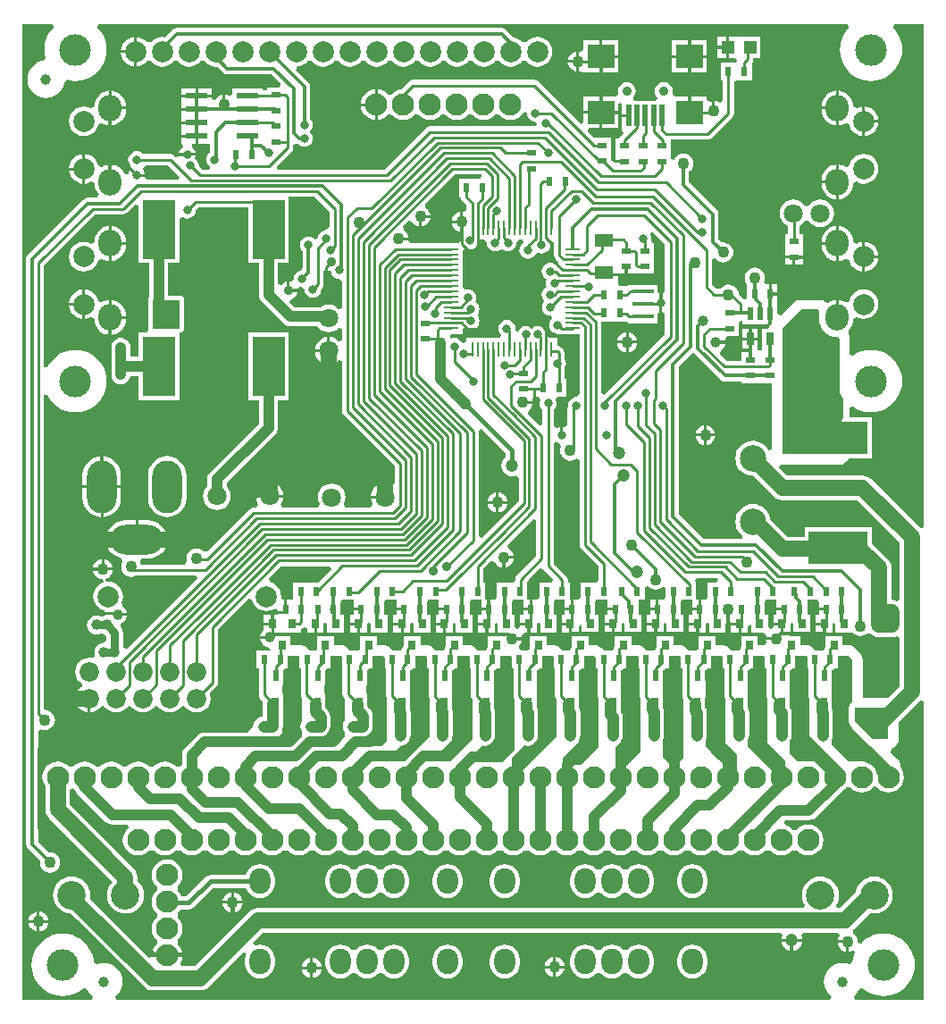
<source format=gtl>
%FSTAX23Y23*%
%MOIN*%
%SFA1B1*%

%IPPOS*%
%ADD10C,0.039400*%
%ADD11R,0.122000X0.220500*%
%ADD12R,0.031500X0.035400*%
%ADD13R,0.023600X0.035400*%
%ADD14R,0.035400X0.023600*%
%ADD15R,0.070900X0.051200*%
%ADD16R,0.027600X0.047200*%
%ADD17R,0.023600X0.047200*%
%ADD18R,0.082700X0.023600*%
%ADD19R,0.047200X0.047200*%
%ADD20R,0.078700X0.015700*%
%ADD21R,0.019700X0.039400*%
%ADD22R,0.010600X0.055100*%
%ADD23R,0.055100X0.010600*%
%ADD24R,0.019700X0.078700*%
%ADD25R,0.098400X0.086600*%
%ADD26R,0.220500X0.122000*%
%ADD27C,0.011800*%
%ADD28C,0.009800*%
%ADD29C,0.059100*%
%ADD30C,0.015700*%
%ADD31C,0.039400*%
%ADD32C,0.043300*%
%ADD33C,0.031500*%
%ADD34C,0.009100*%
%ADD35C,0.063000*%
%ADD36C,0.019700*%
%ADD37R,0.102400X0.106300*%
%ADD38R,0.126000X0.122000*%
%ADD39C,0.078700*%
%ADD40C,0.082700*%
%ADD41C,0.070900*%
%ADD42C,0.106300*%
%ADD43O,0.086600X0.098400*%
%ADD44O,0.110200X0.196800*%
%ADD45O,0.196800X0.110200*%
%ADD46O,0.078700X0.094500*%
%ADD47C,0.072800*%
%ADD48C,0.098400*%
%ADD49C,0.035400*%
%ADD50C,0.043300*%
%ADD51C,0.031500*%
%ADD52C,0.047200*%
%ADD53C,0.118100*%
%LNrelaytester-1*%
%LPD*%
G36*
X01521Y01289D02*
Y01246D01*
X01528*
Y01143*
X01529Y01135*
X01531Y01133*
Y00992*
X01492Y00953*
X0149Y00952*
X01482Y00946*
X01437Y00901*
X01366*
Y0094*
X01405*
X01423Y00958*
X01431Y00959*
X0144Y00963*
X01447Y00969*
X01453Y00977*
X01457Y00986*
X01459Y00996*
Y01031*
Y01066*
Y01082*
X01457Y01092*
X01456Y01094*
Y01236*
X01466Y01246*
X01476*
Y01255*
Y01295*
X01515*
X01521Y01289*
G37*
G36*
X01156Y02951D02*
Y02892D01*
X01145Y02882*
X01137Y02881*
X01129Y02877*
X01123Y02872*
X01118Y02866*
X01115Y02858*
X01114Y02853*
X01103Y02848*
X01101Y02848*
X01101Y02849*
X01094Y02854*
X01087Y02857*
X01078Y02858*
X0107Y02857*
X01062Y02854*
X01056Y02849*
X01051Y02842*
X01048Y02835*
X01047Y02826*
X01048Y02818*
X01051Y0281*
X01056Y02804*
X01056Y02804*
Y02744*
X01055Y02732*
X01046Y02731*
X01039Y02728*
X01032Y02723*
X01027Y02716*
X01024Y02709*
X01023Y027*
X01023Y02698*
X01013Y02689*
X01012Y0269*
X01008Y0269*
Y02662*
X01038*
X01046Y0267*
X01055Y02669*
X01062Y02661*
X01063Y02653*
X01067Y02645*
X01072Y02639*
X01078Y02633*
X01086Y0263*
X01094Y02629*
X01102Y0263*
X0111Y02633*
X01117Y02639*
X01122Y02645*
X01125Y02653*
X01126Y02661*
X01126Y02663*
X01129Y02666*
X01133Y02673*
X01135Y02681*
Y02729*
X01147Y02735*
X01148Y02734*
X01156Y02731*
X01161Y0273*
X01162Y02724*
X01165Y02716*
X0117Y02709*
X01177Y02704*
X01184Y02701*
X01192Y027*
X01203Y0269*
Y0259*
X01191Y02586*
X0119Y02588*
X01179Y02596*
X01166Y02602*
X01153Y02603*
X0114Y02602*
X01127Y02596*
X01125Y02594*
X01026*
X01008Y02612*
X01012Y02624*
X0102Y02628*
X01027Y02633*
X01033Y0264*
X01036Y02648*
X01037Y02652*
X01003*
Y02657*
X00998*
Y0269*
X00995Y0269*
X00987Y02686*
X0098Y02681*
X00976Y02676*
X00965Y02679*
X00964Y0268*
Y02759*
X01005*
Y03006*
X01101*
X01156Y02951*
G37*
G36*
X02466Y01289D02*
Y01246D01*
X02473*
Y01143*
X02474Y01135*
X02476Y01133*
Y00913*
X0246Y00897*
X02425Y00893*
X02401Y00917*
Y00983*
X02402Y00986*
X02403Y00996*
Y01031*
Y01066*
Y01086*
X02402Y01096*
X02401Y01098*
Y01236*
X02411Y01246*
X02423*
Y01295*
X0246*
X02466Y01289*
G37*
G36*
X01679D02*
Y01246D01*
X01685*
Y01143*
X01687Y01135*
X01689Y01133*
Y00984*
X01606Y00901*
X01523*
Y0094*
X01574*
X01597Y00963*
X01597Y00963*
X01605Y00969*
X01611Y00977*
X01611Y00977*
X01614Y0098*
Y00983*
X01615Y00986*
X01616Y00996*
Y01031*
Y01066*
Y01086*
X01615Y01096*
X01614Y01098*
Y01236*
X01624Y01246*
X01635*
Y01295*
X01673*
X01679Y01289*
G37*
G36*
X01045Y01246D02*
X01049D01*
Y01149*
X01051Y01141*
X01055Y01136*
Y01051*
X01053Y0105*
X0105Y01041*
X01048Y01031*
X0105Y01021*
X01053Y01012*
X01055Y01011*
Y00995*
X01016Y00957*
X00889*
Y00992*
X00968*
X0098Y01003*
Y01019*
X00981Y01021*
X00982Y01031*
Y01066*
Y01118*
X00982Y0112*
Y01153*
X0098*
Y01185*
X00982*
Y01238*
X0099Y01246*
X01*
Y01255*
Y01295*
X01045*
Y01246*
G37*
G36*
X01881Y02835D02*
X01879Y02832D01*
X01875Y02829*
X0187Y02823*
X01867Y02815*
X01865Y02807*
X01867Y02798*
X0187Y02791*
X01875Y02784*
X01881Y02779*
X01889Y02776*
X01897Y02775*
X01905Y02776*
X01913Y02779*
X0192Y02784*
X01924Y0279*
X01931Y02798*
X01939Y02796*
X0194Y02796*
X01948Y02795*
X01957Y02796*
X01964Y02799*
X01971Y02804*
X01976Y0281*
X01979Y02818*
X0198Y02826*
X0198Y02828*
X0199Y02838*
X0199Y02838*
X01994Y02836*
Y02787*
X01996Y02779*
X02Y02772*
X02011Y02761*
X02011Y0276*
X02009Y02756*
X01999Y02753*
X01996Y02755*
X01988Y02759*
X0198Y0276*
X01972Y02759*
X01964Y02755*
X01957Y0275*
X01952Y02744*
X01949Y02736*
X01948Y02728*
X01949Y0272*
X01952Y02712*
X01957Y02705*
X01964Y027*
X01967Y02699*
X01965Y02693*
X01964Y02685*
X01965Y02676*
X01967Y0267*
X01964Y02669*
X01957Y02664*
X01952Y02657*
X01949Y0265*
X01948Y02641*
X01949Y02633*
X01952Y02625*
X01958Y02616*
X01953Y02609*
X0195Y02602*
X01949Y02593*
X0195Y02585*
X01953Y02578*
X01958Y02571*
X01965Y02566*
X01972Y02563*
X0198Y02562*
X01982Y02562*
X01986Y02551*
X01985Y0255*
X0198Y02543*
X01977Y02535*
X01976Y02527*
X01977Y02519*
X0198Y02511*
X01985Y02505*
X01992Y025*
X01999Y02496*
X02007Y02495*
X02009Y02495*
X0202Y02495*
X02023Y02494*
X02032*
X02063*
X02066Y02495*
X02089*
Y0227*
X02078Y0226*
X0207Y02259*
X02062Y02255*
X02056Y0225*
X02051Y02244*
X02048Y02236*
X02047Y02228*
X02047Y02224*
X02045Y02216*
Y02154*
X02034Y02147*
X02031Y02148*
X02028Y02149*
Y02118*
X02018*
Y02149*
X02015Y02148*
X02007Y02145*
X02005Y02143*
X01993Y02149*
Y02212*
X01994Y02213*
X02Y0222*
X02003Y02228*
X02004Y02236*
X02003Y02244*
X02001Y02248*
X02005Y02257*
X02008Y0226*
X02039*
Y02327*
X02033*
Y02366*
X02035Y02369*
X02038Y02377*
X02039Y02385*
X02038Y02394*
X02035Y02401*
X02033Y02404*
Y02425*
X02031Y02433*
X02026Y02439*
X02021Y02444*
X02015Y02449*
X02007Y02451*
X02006*
Y0248*
X01972*
X01964Y02492*
X01963Y025*
X0196Y02508*
X01955Y02514*
X01949Y02519*
X01941Y02522*
X01933Y02523*
X01924Y02522*
X01917Y02519*
X01911Y02515*
X01905Y02519*
X01898Y02522*
X01889Y02523*
X01881Y02522*
X01873Y02519*
X01867Y02514*
X01862Y02508*
X0186Y02503*
X01849Y02507*
X0185Y02515*
X01849Y02524*
X01846Y02531*
X01841Y02538*
X01834Y02543*
X01827Y02546*
X01818Y02547*
X0181Y02546*
X01803Y02543*
X01796Y02538*
X01791Y02531*
X01788Y02524*
X01787Y02515*
X01788Y02507*
X01791Y02499*
X01796Y02493*
X01797Y02492*
X01793Y0248*
X01668*
Y02467*
X01658Y0246*
X0165Y02462*
X01649Y02464*
X01644Y02471*
X01637Y02476*
X0163Y02479*
X01622Y0248*
X01613Y02479*
X0161Y02478*
X01606Y02483*
X0161Y02494*
X01611Y02495*
X01654*
Y02513*
X01655Y02513*
X01658Y02516*
X01666Y02518*
X01669Y02515*
X01676Y02512*
X01685Y02511*
X01693Y02512*
X017Y02515*
X01707Y0252*
X01712Y02527*
X01715Y02535*
X01716Y02543*
X01715Y02551*
X01712Y02559*
X01708Y02565*
X01712Y0257*
X01715Y02578*
X01716Y02586*
X01715Y02594*
X01712Y02602*
X01707Y02609*
X017Y02614*
X017Y02614*
X01703Y02621*
X01705Y02629*
X01703Y02638*
X017Y02645*
X01695Y02652*
X01689Y02657*
X01681Y0266*
X01673Y02661*
X01666Y0266*
X01664Y02661*
X01654Y02669*
Y02692*
Y02731*
Y0277*
Y02808*
X01664Y02814*
X01666Y02814*
X01672Y02811*
X01681Y0281*
X01689Y02811*
X01697Y02815*
X01703Y0282*
X01708Y02826*
X01711Y02834*
X01712Y02842*
X01716Y02847*
X01734*
X01743Y02835*
X01743Y02834*
X01744Y02826*
X01748Y02818*
X01753Y02812*
X01759Y02807*
X01767Y02804*
X01775Y02802*
X01783Y02804*
X01791Y02807*
X01799Y02811*
X01807Y02807*
X01814Y02804*
X01822Y02802*
X01831Y02804*
X01838Y02807*
X01845Y02812*
X0185Y02818*
X01853Y02826*
X01854Y02834*
X01854Y02835*
X01863Y02847*
X01877*
X01881Y02835*
G37*
G36*
X01362Y01287D02*
Y01246D01*
X01368*
Y01145*
X0137Y01138*
Y00976*
X0135Y00957*
X01307*
X01297Y00955*
X0129Y00952*
X01252*
Y00992*
X01283*
X01286Y00994*
X01289Y00995*
X01298Y00998*
X01306Y01004*
X01312Y01012*
X01316Y01021*
X01317Y01031*
Y01066*
Y0107*
X01316Y0108*
X01313Y01086*
X01312Y01089*
X01306Y01097*
X01297Y01106*
Y01118*
X01297Y0112*
Y01153*
X01295*
Y01185*
X01297*
Y01238*
X01305Y01246*
X01316*
Y01295*
X01354*
X01362Y01287*
G37*
G36*
X02151Y01288D02*
Y01246D01*
X02158*
Y01143*
X02159Y01135*
X02161Y01133*
Y00952*
X02096Y00887*
X02027*
Y00912*
X02086Y00971*
Y00975*
X02087Y00977*
X02091Y00986*
X02092Y00996*
Y01031*
Y01066*
Y01082*
X02091Y01092*
X02087Y01101*
X02086Y01103*
Y01235*
X02097Y01246*
X02106*
Y01294*
X02145*
X02151Y01288*
G37*
G36*
X02939Y01289D02*
Y01246D01*
X02945*
Y01143*
X02947Y01135*
X02948Y01133*
Y00995*
X0296Y00983*
X02963Y00977*
X02969Y00969*
X02977Y00963*
X02983Y0096*
X03074Y0087*
X03078Y00862*
X03048Y00823*
X03043Y00822*
X02964Y00901*
X02901*
X02874Y00929*
Y00975*
X02875Y00977*
X02879Y00986*
X0288Y00996*
Y01031*
Y01082*
X02879Y01092*
X02875Y01101*
X02874Y01103*
Y01236*
X02883Y01246*
X02895*
Y01295*
X02933*
X02939Y01289*
G37*
G36*
X00598Y0308D02*
X00594Y03069D01*
X00476*
X00472Y03073*
X00468Y03081*
Y03081*
X00437*
Y03091*
X00468*
X00467Y03094*
X00464Y03102*
X00459Y03109*
Y03113*
X0047Y03124*
X00554*
X00598Y0308*
G37*
G36*
X01725Y03084D02*
X01719Y03072D01*
X01698*
X01694*
X01687*
X01639*
Y03005*
X01646*
X01647Y02997*
X01652Y02991*
X01668Y02974*
Y02958*
X01664Y02954*
X01656Y0295*
X01654Y0295*
Y02913*
Y02874*
X01658Y02865*
Y02864*
X01653Y02858*
X0165Y0285*
X01649Y02842*
X01638Y02832*
X01567*
Y02832*
X01457*
X0145Y02844*
X0145Y02845*
X01413*
Y02855*
X0145*
X01449Y0286*
X01446Y02869*
X0144Y02877*
X01432Y02882*
X01432Y02883*
X0143Y02896*
X01449Y02916*
X01463Y02914*
X01463Y02913*
X01469Y02906*
X01477Y029*
X01486Y02896*
X01491Y02896*
Y02933*
X01496*
Y02938*
X01533*
X01532Y02942*
X01528Y02951*
X01522Y02959*
X01515Y02965*
X01514Y02965*
X01512Y02979*
X01622Y03089*
X01722*
X01725Y03084*
G37*
G36*
X03106Y01279D02*
Y01119D01*
X03101Y01116*
X03096Y01108*
X03094Y01099*
Y0105*
X03096Y01041*
X03101Y01033*
X03106Y01028*
Y01023*
X03247Y00882*
X03249Y00879*
X03219Y0084*
X03214Y0084*
X03197Y00857*
X03192Y0087*
X03182Y00882*
X0317Y00891*
X03158Y00897*
X03153Y00901*
X03094*
X03031Y00964*
Y00983*
X03032Y00986*
X03033Y00996*
Y01031*
Y01082*
X03032Y01092*
X03031Y01094*
Y01236*
X03041Y01246*
X03053*
Y01295*
X0309*
X03106Y01279*
G37*
G36*
X02309Y01289D02*
Y01246D01*
X02315*
Y01141*
X02317Y01133*
X02318Y01131*
Y00937*
X02259Y00878*
X02224*
Y00952*
X02244Y00972*
Y00975*
X02245Y00977*
X02249Y00986*
X0225Y00996*
Y01031*
Y01066*
X02249Y01076*
X02245Y01085*
X02244Y01087*
Y01236*
X02253Y01246*
X02265*
Y01295*
X02303*
X02309Y01289*
G37*
G36*
X02624D02*
Y01246D01*
X0263*
Y01143*
X02632Y01135*
X02633Y01133*
Y0097*
X02649Y00952*
X02677Y00925*
Y00857*
X02673Y00854*
X02661*
X02559Y00956*
Y00975*
X0256Y00977*
X02564Y00986*
X02565Y00996*
Y01031*
Y01082*
X02564Y01092*
X0256Y01101*
X02559Y01103*
Y01236*
X02568Y01246*
X0258*
Y01295*
X02618*
X02624Y01289*
G37*
G36*
X02781D02*
Y01246D01*
X02788*
Y01143*
X02789Y01135*
X02791Y01133*
Y0097*
X02807Y00952*
X02858Y00901*
Y00852*
X02854Y00849*
X02815Y00857*
X02716Y00956*
Y00975*
X02717Y00977*
X02721Y00986*
X02722Y00996*
Y01031*
Y01082*
X02721Y01092*
X02717Y01101*
X02716Y01103*
Y01236*
X02726Y01246*
X02738*
Y01295*
X02775*
X02781Y01289*
G37*
G36*
X01927Y01799D02*
Y01666D01*
X01855Y01593*
X0185Y01586*
X01849Y01578*
Y01577*
X0184Y01568*
X01836*
X01781*
Y01512*
X01777Y01502*
X01771*
X01755*
Y01468*
X0175*
Y01463*
X01722*
Y01446*
X0171*
Y01418*
X01742*
Y01413*
X01747*
Y01379*
X01773*
Y01414*
X01779Y01418*
X01785Y01414*
Y01379*
X01788Y01368*
X01748*
Y01331*
X01746Y01328*
X01744Y0132*
Y01316*
X01734Y01313*
X0171*
X01707Y01317*
X01701Y01323*
X01693Y01329*
X01683Y01333*
X01673Y01335*
X01653*
Y01368*
X0159*
Y01331*
X01588Y01328*
X01587Y0132*
Y01316*
X01576Y01313*
X01553*
X01549Y01317*
X01543Y01323*
X01535Y01329*
X01526Y01333*
X01515Y01335*
X01496*
Y01368*
X01433*
Y01332*
X01429Y01327*
X01427Y01318*
Y01316*
X01417Y01313*
X01392*
X0139Y01315*
X01382Y01323*
X01374Y01329*
X01364Y01333*
X01354Y01335*
X01334*
Y01368*
X01271*
Y01317*
X01261Y01313*
X01257*
X01234*
X0123Y01317*
X01224Y01323*
X01216Y01329*
X01207Y01333*
X01196Y01335*
X01173*
Y01368*
X0111*
Y01317*
X011Y01313*
X0108*
X01079Y01315*
X01073Y01323*
X01065Y01329*
X01055Y01333*
X01045Y01335*
X01011*
Y01368*
X00981*
X00979Y0137*
X00988Y01379*
X01049*
Y01393*
X01051Y01393*
X01058Y01398*
X01061Y01401*
X01072Y01396*
Y01379*
X01099*
Y01413*
X01109*
Y01379*
X01135*
Y01414*
X01141Y01418*
X01147Y01414*
Y01379*
X0121*
Y01446*
X01198*
Y01491*
X01202Y01502*
X0121*
X01234*
X01246*
Y0149*
Y01473*
X01273*
Y01463*
X01246*
Y01446*
X01234*
Y01418*
X01265*
Y01413*
X0127*
Y01379*
X01297*
Y01414*
X01303Y01418*
X01309Y01414*
Y01379*
X01372*
Y01446*
X0136*
Y01491*
X01364Y01502*
X01372*
X01395*
X01407*
Y0149*
Y01473*
X01435*
Y01463*
X01407*
Y01446*
X01395*
Y01418*
X01427*
Y01413*
X01432*
Y01379*
X01458*
Y01414*
X01464Y01418*
X0147Y01414*
Y01379*
X01533*
Y01446*
X01521*
Y01491*
X01525Y01502*
X01533*
X01553*
X01565*
Y0149*
Y01473*
X01592*
Y01463*
X01565*
Y01446*
X01553*
Y01418*
X01584*
Y01413*
X01589*
Y01379*
X01616*
Y01414*
X01622Y01418*
X01628Y01414*
Y01379*
X0169*
Y01446*
X01679*
Y01491*
X01683Y01502*
X0169*
X0171*
X01722*
Y0149*
Y01473*
X01745*
Y01502*
X01738*
Y01513*
Y01568*
X01731*
Y01619*
X01759Y01647*
X01773Y01644*
X01774Y01642*
X0178Y01634*
X01788Y01628*
X01797Y01625*
X01802Y01624*
Y01661*
X01807*
Y01666*
X01844*
X01843Y01671*
X01839Y0168*
X01833Y01688*
X01825Y01694*
X01824Y01694*
X01821Y01708*
X01916Y01804*
X01927Y01799*
G37*
G36*
X02698Y02544D02*
Y02531D01*
X0279*
X02797Y02519*
X02795Y02515*
X02771*
Y02437*
X02771Y02435*
X0277Y02433*
X02756*
X02756Y02435*
X02755Y02437*
Y02437*
Y02471*
X02696*
Y02437*
Y02437*
X02695Y02425*
X02694*
Y02395*
X02638*
X02613Y02419*
X02616Y02433*
X02616Y02433*
X02623Y02439*
X02629Y02446*
X02632Y02455*
X02633Y02459*
X02598*
Y02469*
X02633*
X02632Y02473*
X02632Y02474*
X0264Y02486*
X02683*
Y02537*
X02692Y02546*
X02698Y02544*
G37*
G36*
X01163Y01618D02*
X01113Y01568D01*
X0108*
X01076*
X01021*
Y01513*
X01019Y01502*
X01009*
X00997*
Y01468*
X00987*
Y01502*
X00984*
X00976Y0151*
X00976Y01515*
X00975Y0153*
X00969Y01543*
X0096Y01555*
X00949Y01563*
X00935Y01569*
X00934Y01569*
X0093Y01582*
X00977Y01628*
X01158*
X01163Y01618*
G37*
G36*
X01937Y0226D02*
X01939Y02257D01*
X01943Y02248*
X01941Y02244*
X0194Y02236*
X01941Y02228*
X01944Y0222*
X0195Y02213*
X01951Y02212*
Y02156*
X0194Y02152*
X01896Y02196*
X01899Y02209*
X01904Y02213*
X0191Y02221*
X01914Y0223*
X01915Y02235*
X01878*
Y02245*
X01915*
X01914Y02249*
Y0225*
X01914Y02253*
X01916Y02254*
X01925Y0226*
X01937Y0226*
G37*
G36*
X02985Y02578D02*
X02985Y02574D01*
X02984Y02562*
Y0255*
X02985Y02537*
X02989Y02525*
X02995Y02513*
X03004Y02503*
X03014Y02494*
X03025Y02488*
X03038Y02484*
X03051Y02483*
X03059Y02476*
Y02047*
X02846*
Y02515*
X02917Y02586*
X02979*
X02985Y02578*
G37*
G36*
X02515Y02425D02*
X02617Y02323D01*
X02625Y02318*
X02633Y02316*
X02694*
Y02311*
X02761*
X02765*
X02806*
Y02062*
X02794Y02059*
X0279Y02067*
X02782Y02077*
X02772Y02085*
X02761Y02091*
X02749Y02095*
X02736Y02096*
X02723Y02095*
X02711Y02091*
X027Y02085*
X0269Y02077*
X02681Y02067*
X02675Y02056*
X02672Y02044*
X0267Y02031*
X02672Y02018*
X02675Y02006*
X02681Y01995*
X0269Y01985*
X027Y01977*
X02711Y01971*
X02723Y01967*
X02736Y01966*
X02736Y01966*
X02814Y01889*
X02823Y01881*
X02834Y01877*
X02846Y01875*
X03126*
X03285Y01717*
Y01505*
X03273Y01498*
X03267Y015*
X03255Y01502*
X03254*
Y01622*
X03252Y01633*
X03248Y01644*
X03241Y01654*
X03181Y01714*
Y01773*
X02929*
Y01738*
X02865*
X028Y01803*
X028Y01808*
X02796Y0182*
X0279Y01831*
X02782Y01841*
X02772Y01849*
X02761Y01855*
X02749Y01859*
X02736Y0186*
X02723Y01859*
X02711Y01855*
X027Y01849*
X0269Y01841*
X02681Y01831*
X02675Y0182*
X02672Y01808*
X0267Y01795*
X02672Y01782*
X02675Y0177*
X02681Y01759*
X0269Y01749*
X02698Y01742*
X02697Y01735*
X02694Y0173*
X02552*
X02459Y01824*
Y02372*
X02512Y02425*
X02515Y02425*
G37*
G36*
X01814Y02049D02*
Y02035D01*
X0181Y02032*
X01804Y02023*
X018Y02014*
X01798Y02003*
X018Y01993*
X01804Y01984*
X0181Y01975*
X01818Y01969*
X01828Y01965*
X01838Y01964*
X01848Y01965*
X01851Y01966*
X01862Y01958*
Y01872*
X01725Y01735*
X01714Y0174*
Y02129*
X01713Y02133*
X01724Y02139*
X01814Y02049*
G37*
G36*
X02007Y0209D02*
X02015Y02087D01*
X02015Y02087*
X02017Y02084*
X02021Y02074*
X02018Y02068*
X02017Y02059*
X02018Y02049*
X02022Y0204*
X02028Y02032*
X02036Y02026*
X02045Y02022*
X02055Y02021*
X02064Y02022*
X02074Y02026*
X02077Y02029*
X02089Y02024*
Y01708*
X02091Y017*
X02095Y01694*
X0216Y01629*
Y01577*
X02152Y01568*
X02139*
X02092*
Y01512*
X02088Y01502*
X02082*
X02066*
Y01468*
X02061*
Y01463*
X02033*
Y01446*
X02023*
Y01418*
X02055*
Y01413*
X0206*
Y01379*
X02086*
Y01404*
X02098Y01409*
Y01379*
X02161*
Y01446*
X02147*
Y01491*
X02151Y01502*
X02157*
X02183*
X02194*
Y01473*
X02222*
Y01463*
X02194*
Y01446*
X02183*
Y01418*
X02214*
Y01413*
X02219*
Y01379*
X02246*
Y01414*
X02252Y01418*
X02257Y01414*
Y01379*
X0232*
Y01446*
X02309*
Y01502*
X0232*
X02332*
Y01551*
X02344Y01555*
X02347Y01552*
X02355Y01546*
X02364Y01542*
X02374Y01541*
X02383Y01542*
X02392Y01546*
X02399Y01551*
X02404Y0155*
X02411Y01546*
Y01512*
X02407Y01502*
X02399*
X02384*
Y01468*
X02379*
Y01463*
X02352*
Y01446*
X0234*
Y01418*
X02372*
Y01413*
X02377*
Y01379*
X02403*
Y01414*
X02409Y01418*
X02415Y01414*
Y01379*
X02478*
Y01446*
X02466*
Y01491*
X0247Y01502*
X02478*
X02498*
X02509*
Y0149*
Y01473*
X02532*
Y01502*
X02525*
Y01513*
Y01568*
X02525*
X02521Y01573*
X02523Y0158*
X02527Y01585*
X02603*
X02606Y0158*
X026Y01568*
X02568*
Y01512*
X02565Y01502*
X02559*
X02542*
Y01468*
X02537*
Y01463*
X02509*
Y01446*
X02498*
Y01418*
X02529*
Y01413*
X02534*
Y01379*
X02561*
Y01414*
X02566Y01418*
X02572Y01414*
Y01379*
X02635*
Y01414*
X02645Y01424*
X02651*
X02655Y0142*
Y01418*
X02687*
Y01413*
X02692*
Y01379*
X02718*
Y01404*
X0273Y01409*
Y01379*
X02778*
X02786Y01368*
Y01368*
X02785Y01363*
X02822*
Y01353*
X02785*
X02786Y01348*
X02787Y01345*
X02779Y01334*
X02775Y01335*
X02755*
Y01368*
X02692*
Y01331*
X02691Y01328*
X02689Y0132*
Y01316*
X02679Y01313*
X02655*
X02652Y01317*
X02646Y01323*
X02638Y01329*
X02628Y01333*
X02618Y01335*
X02598*
Y01368*
X02535*
Y01331*
X02533Y01328*
X02532Y0132*
Y01316*
X02521Y01313*
X02498*
X02494Y01317*
X02488Y01323*
X0248Y01329*
X0247Y01333*
X0246Y01335*
X0244*
Y01368*
X02378*
Y01331*
X02376Y01328*
X02374Y0132*
Y01316*
X02364Y01313*
X0234*
X02337Y01317*
X02331Y01323*
X02323Y01329*
X02313Y01333*
X02303Y01335*
X02283*
Y01368*
X0222*
Y01331*
X02218Y01328*
X02217Y0132*
Y01316*
X02206Y01313*
X02182*
X02179Y01316*
X02173Y01322*
X02165Y01328*
X02155Y01332*
X02145Y01334*
X02124*
Y01368*
X02061*
Y01331*
X02059Y01328*
X02057Y0132*
Y01316*
X02047Y01313*
X02025*
X0202Y01319*
X02016Y01323*
X02008Y01329*
X01998Y01333*
X01988Y01335*
X01968*
Y01368*
X01905*
Y01331*
X01903Y01328*
X01902Y0132*
Y01316*
X01891Y01313*
X01874*
X01864Y01323*
X01865Y01331*
X01871Y01339*
X01875Y01348*
X01875Y01353*
X01838*
Y01363*
X01875*
X01875Y01368*
Y01368*
X01882Y01379*
X01894*
Y01408*
X01868*
Y01399*
X01858Y01393*
X01848Y01399*
Y01446*
X01836*
Y01491*
X0184Y01502*
X01848*
X01868*
X01879*
Y01473*
X01902*
Y01502*
X01895*
Y01568*
X019Y01578*
X01941Y0162*
X01943Y0162*
X01955Y01617*
X01957Y01615*
X01991Y0158*
X01987Y01568*
X01939*
Y01512*
X01935Y01502*
X01929*
X01912*
Y01468*
X01907*
Y01463*
X01879*
Y01446*
X01868*
Y01418*
X01899*
Y01413*
X01904*
Y01379*
X01931*
Y01414*
X01937Y01418*
X01942Y01414*
Y01379*
X02005*
Y01446*
X01994*
Y01491*
X01998Y01502*
X02003*
X02021*
X02033*
Y0149*
Y01473*
X02056*
Y01502*
X02053*
Y01513*
Y01568*
X02046*
Y01576*
X02045Y01584*
X0204Y01591*
X01993Y01638*
Y02087*
X02005Y02092*
X02007Y0209*
G37*
G36*
X01992Y01291D02*
Y01246D01*
X01998*
Y01145*
X02Y01137*
X02003Y01132*
Y00992*
X0187Y00858*
X01838*
Y00913*
X01885Y0096*
X01887Y00959*
X01897Y00958*
X01907Y00959*
X01916Y00963*
X01924Y00969*
X0193Y00977*
X01934Y00986*
X01935Y00996*
Y01031*
Y01066*
Y01082*
X01934Y01092*
X0193Y01101*
X01929Y01103*
Y01236*
X01939Y01246*
X0195*
Y01295*
X01988*
X01992Y01291*
G37*
G36*
X01836Y01289D02*
Y01246D01*
X01843*
Y01143*
X01844Y01135*
X01846Y01133*
Y00944*
X01799Y00897*
X01755*
X01742Y00899*
X01728Y00897*
X01681*
Y00937*
X01704*
X01727Y00959*
X01736Y00958*
X01746Y00959*
X01755Y00963*
X01762Y00969*
X01768Y00977*
X01772Y00986*
X01773Y00996*
Y01031*
Y01066*
Y01082*
X01772Y01092*
X01771Y01094*
Y01236*
X01781Y01246*
X01793*
Y01295*
X0183*
X01836Y01289*
G37*
G36*
X01202D02*
Y01246D01*
X01205*
Y01151*
X01206Y01143*
X01211Y01136*
X01212Y01135*
Y01051*
X01211Y0105*
X01207Y01041*
X01206Y01031*
X01207Y01021*
X01211Y01012*
X01212Y01011*
Y00992*
X01177Y00957*
X0111*
Y00992*
X01126*
X01128Y00994*
X01131Y00995*
X0114Y00998*
X01148Y01004*
X01154Y01012*
X01158Y01021*
X01159Y01031*
Y01066*
X01158Y01076*
X01154Y01085*
X01148Y01093*
X0114Y01102*
Y01118*
X01139Y0112*
Y01153*
X01137*
Y01185*
X01139*
Y01238*
X01147Y01246*
X01159*
Y01295*
X01196*
X01202Y01289*
G37*
G36*
X0324Y00984D02*
X03184D01*
X03118Y0105*
Y01099*
X0324*
Y00984*
G37*
G36*
X02824Y01502D02*
Y01473D01*
X02852*
Y01463*
X02824*
Y01446*
X02813*
Y01418*
X02844*
Y01408*
X02813*
Y01399*
X02803Y01393*
X02793Y01399*
Y01446*
X02779*
Y01491*
X02783Y01502*
X02791*
X02813*
X02824*
G37*
G36*
X02978D02*
X02982Y01491D01*
Y01473*
X03009*
Y01463*
X02982*
Y01446*
X0297*
Y01418*
X03002*
Y01413*
X03007*
Y01379*
X03033*
Y01414*
X03039Y01418*
X03045Y01414*
Y01379*
X03108*
X03117Y01373*
X03118Y01372*
X03128Y01369*
X03137Y01367*
X03147Y01369*
X03156Y01372*
X03161Y01376*
X03176Y01377*
X03176Y01377*
X03185Y01369*
X03196Y01365*
X03208Y01363*
X03255*
X03267Y01365*
X03273Y01367*
X03285Y0136*
Y0118*
X03243Y01138*
X0324Y01138*
X03146*
Y01279*
X03144Y01289*
X0314Y01299*
X03134Y01307*
X03118Y01323*
X0311Y01329*
X031Y01333*
X0309Y01335*
X0307*
Y01368*
X03007*
Y01331*
X03006Y01328*
X03004Y0132*
Y01316*
X02994Y01313*
X0297*
X02967Y01317*
X02961Y01323*
X02952Y01329*
X02943Y01333*
X02933Y01335*
X02913*
Y01368*
X02873*
X02876Y01379*
Y01414*
X02881Y01418*
X02887Y01414*
Y01379*
X0295*
Y01446*
X02939*
Y01502*
X0295*
X0297*
X02978*
G37*
G36*
X02408Y02829D02*
Y0265D01*
X02398Y02643*
Y0261*
Y02577*
X02408Y0257*
Y02493*
X02182Y02267*
X0217Y02272*
Y02539*
X02172Y02541*
X02209*
X02213*
X02265*
X02267Y02539*
X02271Y02538*
Y02535*
X02381*
Y02569*
X02388Y02574*
Y0261*
Y02646*
X02381Y02651*
Y02677*
X02271*
X02268Y02673*
X02236*
X02232Y02683*
Y02718*
X02258*
Y02746*
X02268*
Y02718*
X02297*
X02301*
X02309*
X02368*
Y02773*
Y02777*
Y02832*
X02365*
X02361Y02837*
X02357Y02844*
X02358Y0285*
X02357Y02858*
X02354Y02866*
X02352Y02869*
X02361Y02876*
X02408Y02829*
G37*
G36*
X03374Y01773D02*
X03365Y01769D01*
X03362Y01769*
X03178Y01953*
X03168Y0196*
X03157Y01965*
X03145Y01966*
X02865*
X02835Y01997*
X0284Y02008*
X02846Y02007*
X03059*
X03069Y02008*
X03078Y02012*
X03087Y02019*
X03093Y02027*
X03094Y02029*
X03181*
Y02183*
X03098*
Y02219*
X0311Y02223*
X03124Y02215*
X03141Y02208*
X03158Y02203*
X03177Y02202*
X03195Y02203*
X03213Y02208*
X0323Y02215*
X03245Y02224*
X03259Y02236*
X03271Y0225*
X03281Y02266*
X03288Y02282*
X03292Y023*
X03293Y02318*
X03292Y02337*
X03288Y02354*
X03281Y02371*
X03271Y02387*
X03259Y02401*
X03245Y02413*
X0323Y02422*
X03213Y02429*
X03195Y02434*
X03177Y02435*
X03158Y02434*
X03141Y02429*
X03124Y02422*
X0311Y02414*
X03098Y02418*
Y02476*
X03098Y02477*
X03098Y02478*
X03098Y02482*
X03097Y02487*
X03097Y02487*
X03096Y02488*
X03095Y02492*
X03093Y02496*
X03092Y02497*
X03092Y02498*
X03093Y02508*
X031Y02517*
X03106Y02528*
X03109Y02539*
X0311Y0255*
Y02551*
X03122Y02557*
X03135Y02552*
X0315Y0255*
X03164Y02552*
X03177Y02557*
X03189Y02566*
X03198Y02578*
X03203Y02591*
X03205Y02605*
X03203Y0262*
X03198Y02633*
X03189Y02645*
X03177Y02654*
X03164Y02659*
X0315Y02661*
X03135Y02659*
X03122Y02654*
X0311Y02645*
X03101Y02633*
X03096Y0262*
X03096Y02617*
X03087Y02613*
X03083Y02612*
X03074Y02617*
X03063Y0262*
X03056Y02621*
Y02556*
X03046*
Y02621*
X0304Y0262*
X03028Y02617*
X03018Y02611*
X03007Y02614*
X03005Y02616*
X03003Y02617*
X03001Y02619*
X02998Y02621*
X02996Y02621*
X02994Y02623*
X02992Y02623*
X02989Y02625*
X02987Y02625*
X02984Y02625*
X02981*
X02979Y02626*
X02917*
X02907Y02625*
X02897Y02621*
X02889Y02614*
X02839Y02565*
X02828Y02569*
Y026*
Y0261*
Y02612*
Y0264*
X02801*
Y02645*
X02796*
Y02679*
X02786*
X02785Y0268*
X02778Y0269*
X0278Y02695*
X02781Y02704*
X0278Y02714*
X02776Y02723*
X0277Y02731*
X02763Y02737*
X02753Y02741*
X02744Y02742*
X02734Y02741*
X02725Y02737*
X02717Y02731*
X02711Y02723*
X02707Y02714*
X02706Y02704*
X02707Y02695*
X02711Y02685*
X02711Y02685*
X02714Y02679*
Y02626*
X02707Y02623*
X02702Y02622*
X02683Y02641*
X02682Y02651*
X02678Y0266*
X02672Y02668*
X02664Y02674*
X02655Y02678*
X02645Y02679*
X02635Y02678*
X02626Y02674*
X02619Y02668*
X02614Y02662*
X02599*
X02584Y02678*
Y02773*
X02595Y02777*
X02599Y02772*
X02607Y02766*
X02616Y02762*
X02626Y02761*
X02635Y02762*
X02644Y02766*
X02652Y02772*
X02658Y0278*
X02662Y02789*
X02663Y02799*
X02662Y02809*
X02658Y02818*
X02652Y02825*
X02644Y02831*
X02635Y02835*
X02626Y02836*
X0262Y02836*
X02608Y02847*
Y0294*
X02607Y02949*
X02602Y02956*
X02498Y0306*
Y03099*
X02503Y03103*
X02509Y03111*
X02512Y0312*
X02514Y03129*
X02512Y03139*
X02509Y03148*
X02503Y03156*
X02495Y03162*
X02486Y03166*
X02476Y03167*
X02466Y03166*
X02457Y03162*
X02449Y03156*
X02443Y03148*
X02442Y03145*
X0243Y03147*
Y03166*
Y03177*
Y03219*
X02566*
X02575Y0322*
X02581Y03225*
X0266Y03303*
X02664Y0331*
X02666Y03318*
Y03437*
X02677Y0344*
X02684*
X02732*
Y03505*
X02736Y03511*
X02737Y03519*
Y03525*
X02765*
Y03603*
X02694*
X02687*
X02675*
X02648*
Y03564*
Y03525*
X02669*
X02676Y03513*
X02674Y03508*
X02673Y03507*
X02665*
X02617*
Y0344*
X02624*
Y03362*
X02612Y03357*
X02609Y03359*
X026Y03363*
X02595Y03363*
Y03326*
X02585*
Y03363*
X0258Y03363*
X02577Y03361*
X02565Y03368*
Y0338*
X02505*
Y03321*
X02495*
Y0338*
X02444*
X02436Y03391*
X02436Y03392*
X02437Y034*
X02436Y03409*
X02433Y03417*
X02427Y03424*
X0242Y03429*
X02412Y03433*
X02403Y03434*
X02395Y03433*
X02387Y03429*
X0238Y03424*
X02374Y03417*
X02371Y03409*
X0237Y034*
X02371Y03391*
X02374Y03383*
X02379Y03376*
X02379Y03375*
X02375Y03364*
X02294*
X0229Y03375*
X0229Y03376*
X02295Y03383*
X02298Y03391*
X02299Y034*
X02298Y03409*
X02295Y03417*
X0229Y03424*
X02283Y03429*
X02274Y03433*
X02266Y03434*
X02257Y03433*
X02249Y03429*
X02242Y03424*
X02236Y03417*
X02233Y03409*
X02232Y034*
X02233Y03392*
X02233Y03391*
X02225Y0338*
X02174*
Y03326*
X02234*
Y03354*
X02242Y03358*
X02246Y03354*
Y03314*
X02272*
Y03304*
X02246*
Y03254*
X02248*
X02253Y03243*
X02242Y03232*
X02237Y03225*
X02237Y03225*
X02223*
Y03177*
Y0317*
Y03158*
Y03147*
X02211Y03141*
X02206Y03145*
Y03159*
Y03167*
Y03171*
Y03226*
X02145*
X0212Y03251*
X02125Y03262*
X02164*
Y03316*
X02104*
Y03283*
X02093Y03278*
X01936Y03436*
X01929Y0344*
X01921Y03442*
X01468*
X0146Y0344*
X01453Y03436*
X01424Y03407*
X01416Y03406*
X01402Y034*
X0139Y03391*
X01388Y03388*
X01374*
X01372Y03391*
X0136Y034*
X01346Y03406*
X01336Y03407*
Y0335*
Y03293*
X01346Y03294*
X0136Y033*
X01372Y03309*
X01374Y03312*
X01388*
X0139Y03309*
X01402Y033*
X01416Y03294*
X01431Y03292*
X01446Y03294*
X0146Y033*
X01472Y03309*
X01474Y03312*
X01488*
X0149Y03309*
X01502Y033*
X01516Y03294*
X01531Y03292*
X01546Y03294*
X0156Y033*
X01572Y03309*
X01574Y03312*
X01588*
X0159Y03309*
X01602Y033*
X01616Y03294*
X01631Y03292*
X01646Y03294*
X0166Y033*
X01672Y03309*
X01674Y03312*
X01688*
X0169Y03309*
X01702Y033*
X01716Y03294*
X01731Y03292*
X01746Y03294*
X0176Y033*
X01772Y03309*
X01774Y03312*
X01788*
X0179Y03309*
X01802Y033*
X01816Y03294*
X01831Y03292*
X01846Y03294*
X0186Y033*
X01872Y03309*
X01881Y03321*
X01882Y03323*
X01893Y0332*
X01893Y03318*
X01894Y0331*
X01897Y03303*
X01902Y03296*
X01909Y03291*
X01917Y03288*
X01923Y03287*
X0193Y03277*
X01922Y03269*
X01531*
X01523Y03267*
X01516Y03262*
X01361Y03107*
X00963*
X00959Y03118*
X01014Y03174*
X01019Y0318*
X01021Y03189*
Y03199*
X01032Y03205*
X01034Y03204*
X01039Y03203*
X0104Y03201*
X01047Y03196*
X01054Y03193*
X01063Y03192*
X01071Y03193*
X01078Y03196*
X01085Y03201*
X0109Y03208*
X01093Y03216*
X01094Y03224*
X01093Y03232*
X0109Y0324*
X01085Y03246*
Y03253*
X0109Y03259*
X01093Y03267*
X01094Y03275*
X01093Y03283*
X0109Y03291*
X01085Y03298*
X01085Y03298*
Y03417*
X01083Y03425*
X01078Y03432*
X01031Y0348*
X01032Y03484*
X01036Y03492*
X01047Y03493*
X0106Y03499*
X01072Y03507*
X01075Y03512*
X0109*
X01093Y03507*
X01105Y03499*
X01118Y03493*
X01133Y03491*
X01147Y03493*
X0116Y03499*
X01172Y03507*
X01175Y03512*
X0119*
X01193Y03507*
X01205Y03499*
X01218Y03493*
X01233Y03491*
X01247Y03493*
X0126Y03499*
X01272Y03507*
X01275Y03512*
X0129*
X01293Y03507*
X01305Y03499*
X01318Y03493*
X01333Y03491*
X01347Y03493*
X0136Y03499*
X01372Y03507*
X01375Y03512*
X0139*
X01393Y03507*
X01405Y03499*
X01418Y03493*
X01433Y03491*
X01447Y03493*
X0146Y03499*
X01472Y03507*
X01475Y03512*
X0149*
X01493Y03507*
X01505Y03499*
X01518Y03493*
X01533Y03491*
X01547Y03493*
X0156Y03499*
X01572Y03507*
X01575Y03512*
X0159*
X01593Y03507*
X01605Y03499*
X01618Y03493*
X01633Y03491*
X01647Y03493*
X0166Y03499*
X01672Y03507*
X01675Y03512*
X0169*
X01693Y03507*
X01705Y03499*
X01718Y03493*
X01733Y03491*
X01747Y03493*
X0176Y03499*
X01772Y03507*
X01775Y03512*
X0179*
X01793Y03507*
X01805Y03499*
X01818Y03493*
X01833Y03491*
X01847Y03493*
X0186Y03499*
X01872Y03507*
X01875Y03512*
X0189*
X01893Y03507*
X01905Y03499*
X01918Y03493*
X01933Y03491*
X01947Y03493*
X0196Y03499*
X01972Y03507*
X01981Y03519*
X01986Y03532*
X01988Y03547*
X01986Y03561*
X01981Y03575*
X01972Y03586*
X0196Y03595*
X01947Y036*
X01933Y03602*
X01918Y036*
X01905Y03595*
X01893Y03586*
X0189Y03582*
X01875*
X01872Y03586*
X0186Y03595*
X01847Y036*
X01843Y03601*
X01814Y03629*
X01807Y03634*
X01799Y03636*
X00586*
X00578Y03634*
X00571Y03629*
X00542Y03601*
X00533Y03602*
X00518Y036*
X00505Y03595*
X00493Y03586*
X0049Y03582*
X00475*
X00472Y03586*
X0046Y03595*
X00447Y036*
X00438Y03602*
Y03547*
Y03492*
X00447Y03493*
X0046Y03499*
X00472Y03507*
X00475Y03512*
X0049*
X00493Y03507*
X00505Y03499*
X00518Y03493*
X00533Y03491*
X00547Y03493*
X0056Y03499*
X00572Y03507*
X00575Y03512*
X0059*
X00593Y03507*
X00605Y03499*
X00618Y03493*
X00633Y03491*
X00647Y03493*
X0066Y03499*
X00672Y03507*
X00675Y03512*
X0069*
X00693Y03507*
X00705Y03499*
X00718Y03493*
X00733Y03491*
X00736Y03492*
X0076Y03468*
X00767Y03463*
X00775Y03462*
X00939*
X00975Y03426*
X00971Y03415*
X00923*
Y03403*
X00907*
Y03409*
X00793*
Y03389*
X00786Y03385*
X00781Y03383*
X00773Y03386*
X00768Y03387*
Y0335*
X00758*
Y03387*
X00754Y03386*
X00744Y03383*
X00737Y03377*
X00731Y03369*
X0073Y03367*
X00718Y03369*
Y03377*
X00661*
X00604*
Y03354*
Y03337*
X00661*
Y03327*
X00604*
Y03304*
Y03287*
X00661*
Y03277*
X00604*
Y03254*
Y03237*
X00661*
Y03232*
X00666*
Y03204*
X0071*
Y03171*
X00705Y03168*
X007Y03161*
X00697Y03153*
X00696Y03145*
X00697Y03137*
X007Y03129*
X00705Y03123*
X0071Y03119*
X0071Y03112*
X00707Y03107*
X00682*
X00669Y0312*
X00669Y03122*
X00668Y0313*
X00665Y03137*
X0066Y03144*
X00653Y03149*
X00653*
X00656Y03157*
X00657Y0316*
X00594*
Y0316*
X00585Y03154*
X00584Y03154*
X00577Y0316*
X00571Y03165*
X00563Y03166*
X0046*
X00459Y03168*
X00452Y03173*
X00445Y03176*
X00437Y03177*
X00428Y03176*
X00421Y03173*
X00414Y03168*
X00409Y03161*
X00406Y03153*
X00405Y03145*
X00406Y03137*
X00409Y03129*
X00414Y03123*
Y03109*
X00409Y03102*
X00406Y03094*
X00405Y03089*
X00393Y03089*
X00393Y0309*
X00387Y031*
X0038Y03109*
X00371Y03116*
X00361Y03122*
X0035Y03125*
X00343Y03126*
Y03061*
X00333*
Y03126*
X00326Y03125*
X00315Y03122*
X00306Y03117*
X00302Y03118*
X00294Y03122*
X00293Y03125*
X00288Y03138*
X00279Y0315*
X00267Y03159*
X00254Y03164*
X00245Y03165*
Y0311*
Y03055*
X00254Y03057*
X00267Y03062*
X00279Y03056*
Y03055*
X0028Y03044*
X00283Y03033*
X00289Y03022*
X00296Y03014*
X00295Y03012*
X00291Y03002*
X00252*
X00243Y03*
X00236Y02995*
X00031Y02791*
X00026Y02784*
X00025Y02775*
Y0059*
X00026Y00582*
X00031Y00574*
X00077Y00529*
X00076Y00523*
X00077Y00513*
X00081Y00504*
X00087Y00496*
X00095Y00491*
X00104Y00487*
X00114Y00485*
X00123Y00487*
X00133Y00491*
X0014Y00496*
X00146Y00504*
X0015Y00513*
X00151Y00523*
X0015Y00533*
X00146Y00542*
X0014Y0055*
X00133Y00556*
X00123Y0056*
X00114Y00561*
X00108Y0056*
X00069Y00599*
Y01013*
X00081Y0102*
X00084Y01018*
X00094Y01017*
X00104Y01018*
X00113Y01022*
X00121Y01028*
X00127Y01036*
X0013Y01045*
X00132Y01055*
X0013Y01064*
X00127Y01074*
X00121Y01081*
X00113Y01087*
X00104Y01091*
X00094Y01092*
X00091Y01095*
Y02266*
X00103Y02268*
X00104Y02266*
X00114Y0225*
X00126Y02236*
X0014Y02224*
X00155Y02215*
X00172Y02208*
X0019Y02203*
X00208Y02202*
X00226Y02203*
X00244Y02208*
X00261Y02215*
X00277Y02224*
X00291Y02236*
X00302Y0225*
X00312Y02266*
X00319Y02282*
X00323Y023*
X00325Y02318*
X00323Y02337*
X00319Y02354*
X00312Y02371*
X00302Y02387*
X00291Y02401*
X00277Y02413*
X00261Y02422*
X00244Y02429*
X00226Y02434*
X00208Y02435*
X0019Y02434*
X00172Y02429*
X00155Y02422*
X0014Y02413*
X00126Y02401*
X00114Y02387*
X00104Y02371*
X00103Y02369*
X00091Y02371*
Y02751*
X00281Y0294*
X00386*
X00394Y02942*
X00401Y02946*
X00432Y02977*
X00442Y02972*
Y02759*
X00483*
Y02632*
X00481Y02628*
X0048Y02622*
Y02515*
X0048Y02511*
X00476Y02503*
X00473Y025*
X00442*
Y02409*
X00413*
Y02444*
X00412Y02454*
X00408Y02462*
X00403Y0247*
X00395Y02475*
X00387Y02479*
X00378Y0248*
X00368Y02479*
X0036Y02475*
X00352Y0247*
X00347Y02462*
X00343Y02454*
X00342Y02444*
Y02393*
Y02342*
X00343Y02333*
X00347Y02324*
X00352Y02317*
X0036Y02311*
X00368Y02308*
X00378Y02306*
X00387Y02308*
X00395Y02311*
X00403Y02317*
X00408Y02324*
X00412Y02333*
X00413Y02338*
X00442*
Y02248*
X00596*
Y02499*
X00598*
X00604Y025*
X00609Y02504*
X00613Y02509*
X00614Y02515*
Y02622*
X00613Y02628*
X00609Y02633*
X00604Y02636*
X00598Y02638*
X00555*
Y02759*
X00596*
Y02924*
X00608Y0293*
X0061Y02929*
X00617Y02926*
X00626Y02924*
X00634Y02926*
X00641Y02929*
X00648Y02934*
X00653Y0294*
X00656Y02948*
X00657Y02956*
X00657Y02958*
X00666Y02967*
X00852*
Y02759*
X00893*
Y02641*
X00894Y02632*
X00898Y02623*
X00903Y02616*
X00986Y02533*
X00993Y02528*
X01002Y02524*
X01011Y02523*
X01111*
X01117Y02515*
X01127Y02507*
X0114Y02502*
X01153Y025*
X01166Y02502*
X01179Y02507*
X0119Y02515*
X01191Y02517*
X01203Y02513*
Y0247*
X01191Y02466*
X0119Y02468*
X01179Y02476*
X01166Y02482*
X01158Y02483*
Y02432*
Y02381*
X01166Y02382*
X01179Y02387*
X0119Y02395*
X01191Y02397*
X01203Y02393*
Y02208*
X01204Y022*
X01209Y02193*
X014Y02003*
Y01936*
X01388Y0193*
X01388Y0193*
X01375Y01935*
X01367Y01936*
Y01885*
X01362*
Y0188*
X01311*
X01312Y01872*
X01317Y0186*
X01317Y01859*
X01311Y01847*
X01215*
X01209Y01859*
X0121Y0186*
X01215Y01872*
X01217Y01885*
X01215Y01899*
X0121Y01911*
X01201Y01922*
X01191Y0193*
X01178Y01935*
X01165Y01937*
X01152Y01935*
X01139Y0193*
X01128Y01922*
X0112Y01911*
X01115Y01899*
X01113Y01885*
X01115Y01872*
X0112Y0186*
X0112Y01859*
X01115Y01847*
X0098*
X00974Y01859*
X00977Y01864*
X00982Y01876*
X00984Y01884*
X00933*
X00882*
X00883Y01876*
X00888Y01864*
X00891Y01859*
X00885Y01847*
X00874*
X00866Y01846*
X00859Y01841*
X007Y01682*
X00688Y01683*
X00688Y01684*
X0068Y0169*
X00671Y01693*
X00661Y01695*
X00651Y01693*
X00642Y0169*
X00634Y01684*
X00628Y01676*
X00625Y01667*
X00623Y01657*
X00625Y01647*
X00625Y01647*
X00617Y01635*
X00453*
Y01635*
X0045Y01644*
X00449Y01645*
X00455Y01657*
X0048*
X00494Y01658*
X00507Y01662*
X00519Y01669*
X0053Y01678*
X00539Y01688*
X00546Y01701*
X0055Y01714*
X00551Y01723*
X00437*
X00323*
X00323Y01714*
X00327Y01701*
X00334Y01688*
X00343Y01678*
X00354Y01669*
X00366Y01662*
X00379Y01658*
X0038*
X00385Y01646*
X00384Y01644*
X0038Y01635*
X00379Y01626*
X0038Y01616*
X00384Y01607*
X0039Y01599*
X00398Y01593*
X00407Y01589*
X00417Y01588*
X00427Y01589*
X00435Y01593*
X00658*
X00662Y01582*
X00399Y01319*
X00386Y01322*
X00386Y01323*
Y01381*
X00385Y0139*
X00381Y01397*
X00377Y01403*
X00377Y01403*
X00378Y01407*
X00381Y01416*
X00384Y01417*
X00391Y01423*
X00397Y0143*
X004Y01439*
X00401Y01443*
X00366*
Y01453*
X00401*
X004Y01458*
X00397Y01466*
X00391Y01474*
X00386Y01478*
X00383Y01481*
X00381Y01493*
X00384Y01501*
X00386Y01515*
X00384Y0153*
X00378Y01543*
X0037Y01555*
X00358Y01563*
X00345Y01569*
X0033Y01571*
X00323Y0157*
X0032Y01581*
X00324Y01583*
X00329Y01585*
X00337Y01591*
X00343Y01599*
X00347Y01608*
X00348Y01613*
X00274*
X00274Y01608*
X00278Y01599*
X00284Y01591*
X00292Y01585*
X00301Y01581*
X00309Y0158*
X00311Y0158*
X00311Y0158*
X00313Y01568*
X00311Y01567*
X00302Y01563*
X00291Y01555*
X00282Y01543*
X00277Y0153*
X00275Y01515*
X00277Y01501*
X00282Y01488*
X00291Y01476*
X00302Y01467*
X00316Y01462*
X0032Y0145*
X00319Y01444*
X00317Y01444*
X0031Y01441*
X00303*
X00296Y01444*
X00287Y01445*
X00278Y01444*
X00269Y0144*
X00262Y01434*
X00256Y01427*
X00252Y01418*
X00251Y01409*
X00252Y014*
X00256Y01391*
X00262Y01384*
X00269Y01378*
X00278Y01374*
X00287Y01373*
X00296Y01374*
X00303Y01377*
X0031*
X00315Y01375*
X00322Y01368*
Y01349*
X00315Y01342*
X00305Y01341*
X00297Y01338*
X00289Y01332*
X00284Y01325*
X0028Y01316*
X00279Y01307*
X0028Y01297*
X00281Y01295*
X00277Y01289*
X00272Y01286*
X0026Y01287*
X00247Y01285*
X00234Y0128*
X00223Y01272*
X00215Y01261*
X00209Y01248*
X00208Y01235*
X00209Y01221*
X00215Y01208*
X00223Y01197*
X00231Y01192*
X00232Y01188*
Y01181*
X00231Y01178*
X00223Y01172*
X00215Y01161*
X00209Y01148*
X00208Y0114*
X0026*
Y01135*
X00265*
Y01083*
X00274Y01084*
X00286Y01089*
X00297Y01097*
X00303Y01105*
X00307Y01106*
X00314*
X00317Y01105*
X00323Y01097*
X00334Y01089*
X00347Y01084*
X0036Y01082*
X00374Y01084*
X00386Y01089*
X00397Y01097*
X00403Y01105*
X00407Y01106*
X00414*
X00417Y01105*
X00423Y01097*
X00434Y01089*
X00447Y01084*
X0046Y01082*
X00474Y01084*
X00486Y01089*
X00497Y01097*
X00503Y01105*
X00507Y01106*
X00514*
X00517Y01105*
X00523Y01097*
X00534Y01089*
X00547Y01084*
X0056Y01082*
X00574Y01084*
X00586Y01089*
X00597Y01097*
X00603Y01105*
X00607Y01106*
X00614*
X00617Y01105*
X00623Y01097*
X00634Y01089*
X00647Y01084*
X0066Y01082*
X00674Y01084*
X00686Y01089*
X00697Y01097*
X00706Y01108*
X00711Y01121*
X00713Y01135*
X00711Y01148*
X00709Y01154*
X00735Y0118*
X00739Y01187*
X00741Y01194*
Y01393*
X00854Y01506*
X00867Y01502*
X00867Y01501*
X00873Y01488*
X00881Y01476*
X00893Y01467*
X00906Y01462*
X00921Y0146*
X00935Y01462*
X00949Y01467*
X00952Y0147*
X00964Y01464*
Y01446*
X00947*
Y01413*
X00942*
Y01408*
X00911*
Y0139*
X00907Y01387*
X00902Y0138*
X00898Y01371*
X00898Y01367*
X00933*
Y01357*
X00898*
X00898Y01353*
X00902Y01344*
X00907Y01336*
X00915Y01331*
X00923Y01327*
X00928Y01327*
X00936Y01318*
X00937Y01315*
X00936Y01313*
X00885*
Y01246*
X00892*
Y01149*
X00893Y01141*
X00898Y01134*
X00908Y01125*
X00907Y01118*
Y01068*
X00899Y01067*
X0089Y01064*
X00882Y01058*
X00876Y0105*
X00873Y01041*
X00871Y01031*
X00872Y01027*
X00869Y01026*
X00861Y0102*
X00855Y01012*
X00853Y01008*
X00689*
X00679Y01007*
X00671Y01003*
X00663Y00997*
X00616Y0095*
X00611Y00943*
X00607Y00934*
X00606Y00925*
Y00886*
X00601Y00882*
X00599Y0088*
X00584*
X00582Y00882*
X0057Y00891*
X00557Y00897*
X00542Y00899*
X00527Y00897*
X00513Y00891*
X00501Y00882*
X00499Y0088*
X00484*
X00482Y00882*
X0047Y00891*
X00457Y00897*
X00442Y00899*
X00427Y00897*
X00413Y00891*
X00401Y00882*
X00399Y0088*
X00384*
X00382Y00882*
X0037Y00891*
X00357Y00897*
X00342Y00899*
X00327Y00897*
X00313Y00891*
X00301Y00882*
X00299Y0088*
X00284*
X00282Y00882*
X0027Y00891*
X00257Y00897*
X00242Y00899*
X00227Y00897*
X00213Y00891*
X00201Y00882*
X00199Y0088*
X00184*
X00182Y00882*
X0017Y00891*
X00157Y00897*
X00142Y00899*
X00127Y00897*
X00113Y00891*
X00101Y00882*
X00092Y0087*
X00086Y00856*
X00084Y00841*
X00086Y00826*
X00092Y00813*
X00096Y00807*
Y0072*
X00098Y00708*
X00102Y00697*
X00109Y00687*
X00346Y0045*
Y0045*
X00338Y0044*
X00331Y00428*
X00327Y00415*
X00326Y00401*
X00327Y00388*
X00331Y00375*
X00338Y00363*
X00346Y00352*
X00357Y00344*
X00369Y00337*
X00382Y00333*
X00395Y00332*
X00409Y00333*
X00422Y00337*
X00434Y00344*
X00444Y00352*
X00453Y00363*
X00459Y00375*
X00463Y00388*
X00464Y00401*
X00463Y00415*
X00459Y00428*
X00453Y0044*
X00444Y0045*
X00439Y00454*
Y00468*
X00437Y0048*
X00433Y00491*
X00426Y005*
X00187Y00739*
Y00794*
X00199Y008*
X00205Y00797*
X00209Y00789*
X00214Y00781*
X00321Y00675*
X00328Y00669*
X00337Y00666*
X00346Y00665*
X00404*
X00408Y00653*
X00401Y00647*
X00392Y00635*
X00386Y00621*
X00384Y00606*
X00386Y00591*
X00392Y00578*
X00401Y00566*
X00413Y00556*
X00427Y00551*
X00442Y00549*
X00457Y00551*
X0047Y00556*
X00482Y00566*
X00484Y00568*
X00499*
X00501Y00566*
X00513Y00556*
X00527Y00551*
X00542Y00549*
X00557Y00551*
X0057Y00556*
X00582Y00566*
X00584Y00568*
X00599*
X00601Y00566*
X00613Y00556*
X00627Y00551*
X00642Y00549*
X00657Y00551*
X0067Y00556*
X00682Y00566*
X00684Y00568*
X00699*
X00701Y00566*
X00713Y00556*
X00727Y00551*
X00742Y00549*
X00757Y00551*
X0077Y00556*
X00782Y00566*
X00784Y00568*
X00799*
X00801Y00566*
X00813Y00556*
X00827Y00551*
X00842Y00549*
X00857Y00551*
X0087Y00556*
X00882Y00566*
X00884Y00568*
X00899*
X00901Y00566*
X00913Y00556*
X00927Y00551*
X00942Y00549*
X00957Y00551*
X0097Y00556*
X00982Y00566*
X00984Y00568*
X00999*
X01001Y00566*
X01013Y00556*
X01027Y00551*
X01042Y00549*
X01057Y00551*
X0107Y00556*
X01082Y00566*
X01084Y00568*
X01099*
X01101Y00566*
X01113Y00556*
X01127Y00551*
X01142Y00549*
X01157Y00551*
X0117Y00556*
X01182Y00566*
X01184Y00568*
X01199*
X01201Y00566*
X01213Y00556*
X01227Y00551*
X01242Y00549*
X01257Y00551*
X0127Y00556*
X01282Y00566*
X01284Y00568*
X01299*
X01301Y00566*
X01313Y00556*
X01327Y00551*
X01342Y00549*
X01357Y00551*
X0137Y00556*
X01382Y00566*
X01384Y00568*
X01399*
X01401Y00566*
X01413Y00556*
X01427Y00551*
X01442Y00549*
X01457Y00551*
X0147Y00556*
X01482Y00566*
X01484Y00568*
X01499*
X01501Y00566*
X01513Y00556*
X01527Y00551*
X01542Y00549*
X01557Y00551*
X0157Y00556*
X01582Y00566*
X01584Y00568*
X01599*
X01601Y00566*
X01613Y00556*
X01627Y00551*
X01642Y00549*
X01657Y00551*
X0167Y00556*
X01682Y00566*
X01684Y00568*
X01699*
X01701Y00566*
X01713Y00556*
X01727Y00551*
X01742Y00549*
X01757Y00551*
X0177Y00556*
X01782Y00566*
X01784Y00568*
X01799*
X01801Y00566*
X01813Y00556*
X01827Y00551*
X01842Y00549*
X01857Y00551*
X0187Y00556*
X01882Y00566*
X01884Y00568*
X01899*
X01901Y00566*
X01913Y00556*
X01927Y00551*
X01942Y00549*
X01957Y00551*
X0197Y00556*
X01982Y00566*
X01984Y00568*
X01999*
X02001Y00566*
X02013Y00556*
X02027Y00551*
X02042Y00549*
X02057Y00551*
X0207Y00556*
X02082Y00566*
X02084Y00568*
X02099*
X02101Y00566*
X02113Y00556*
X02127Y00551*
X02142Y00549*
X02157Y00551*
X0217Y00556*
X02182Y00566*
X02184Y00568*
X02199*
X02201Y00566*
X02213Y00556*
X02227Y00551*
X02242Y00549*
X02257Y00551*
X0227Y00556*
X02282Y00566*
X02284Y00568*
X02299*
X02301Y00566*
X02313Y00556*
X02327Y00551*
X02342Y00549*
X02357Y00551*
X0237Y00556*
X02382Y00566*
X02384Y00568*
X02399*
X02401Y00566*
X02413Y00556*
X02427Y00551*
X02442Y00549*
X02457Y00551*
X0247Y00556*
X02482Y00566*
X02484Y00568*
X02499*
X02501Y00566*
X02513Y00556*
X02527Y00551*
X02542Y00549*
X02557Y00551*
X0257Y00556*
X02582Y00566*
X02584Y00568*
X02599*
X02601Y00566*
X02613Y00556*
X02627Y00551*
X02642Y00549*
X02657Y00551*
X0267Y00556*
X02682Y00566*
X02684Y00568*
X02699*
X02701Y00566*
X02713Y00556*
X02727Y00551*
X02742Y00549*
X02757Y00551*
X0277Y00556*
X02782Y00566*
X02784Y00568*
X02799*
X02801Y00566*
X02813Y00556*
X02827Y00551*
X02842Y00549*
X02857Y00551*
X0287Y00556*
X02882Y00566*
X02884Y00568*
X02899*
X02901Y00566*
X02913Y00556*
X02927Y00551*
X02942Y00549*
X02957Y00551*
X0297Y00556*
X02982Y00566*
X02992Y00578*
X02997Y00591*
X02999Y00606*
X02997Y00621*
X02992Y00635*
X02982Y00647*
X0297Y00656*
X02957Y00662*
X02942Y00664*
X02927Y00662*
X02913Y00656*
X02901Y00647*
X02899Y00645*
X02884*
X02882Y00647*
X0287Y00656*
X02857Y00662*
X02856Y00663*
X02853Y00674*
X02858Y0068*
X02944*
X02954Y00682*
X02962Y00685*
X0297Y00691*
X03067Y00788*
X0307Y0079*
X03071Y0079*
X03072Y00791*
X03075Y00794*
X03078Y00796*
X03079Y00797*
X03079Y00798*
X0308Y00798*
X03082Y00801*
X03084Y00803*
X03099*
X03101Y00801*
X03113Y00791*
X03127Y00786*
X03142Y00784*
X03157Y00786*
X0317Y00791*
X03182Y00801*
X03189Y00809*
X03191Y00808*
X03194Y00806*
X03196Y00805*
X03197Y00804*
X03199Y00804*
X03201Y00801*
X03213Y00791*
X03227Y00786*
X03242Y00784*
X03257Y00786*
X0327Y00791*
X03282Y00801*
X03292Y00813*
X03297Y00826*
X03299Y00841*
X03297Y00856*
X03292Y0087*
X03288Y00874*
Y00875*
X03289Y00876*
X03288Y0088*
X03288Y00884*
X03288Y00885*
X03288Y00887*
X03287Y0089*
X03286Y00894*
X03285Y00895*
X03284Y00897*
X03283Y009*
X03282Y00901*
X03282Y00902*
X03279Y00905*
X03277Y00908*
X03276Y00909*
X03275Y0091*
X0325Y00935*
X03254Y00948*
X0326Y0095*
X03268Y00956*
X03275Y00965*
X03279Y00974*
X0328Y00984*
Y01046*
X03362Y01128*
X03365Y01128*
X03374Y01124*
Y00011*
X03116*
X03112Y00023*
X03119Y00029*
X03128Y0004*
X03134Y0005*
X03138Y00052*
X03147Y00054*
X03155Y00047*
X03171Y00037*
X03188Y0003*
X03206Y00026*
X03224Y00025*
X03242Y00026*
X0326Y0003*
X03277Y00037*
X03292Y00047*
X03306Y00059*
X03318Y00073*
X03328Y00088*
X03335Y00105*
X03339Y00123*
X0334Y00141*
X03339Y0016*
X03335Y00177*
X03328Y00194*
X03318Y0021*
X03306Y00224*
X03292Y00236*
X03277Y00245*
X0326Y00252*
X03242Y00256*
X03224Y00258*
X03206Y00256*
X03188Y00252*
X03171Y00245*
X03155Y00236*
X03142Y00224*
X03139Y0022*
X03127Y00225*
X03128Y00228*
X03127Y00238*
X03123Y00247*
X03117Y00255*
X03111Y00259*
X0311Y00268*
X0311Y00273*
X03113Y00274*
X03172Y00334*
X03175Y00333*
X03189Y00332*
X03202Y00333*
X03215Y00337*
X03227Y00344*
X03237Y00352*
X03246Y00363*
X03252Y00375*
X03256Y00388*
X03258Y00401*
X03256Y00415*
X03252Y00428*
X03246Y0044*
X03237Y0045*
X03227Y00459*
X03215Y00465*
X03202Y00469*
X03189Y0047*
X03175Y00469*
X03162Y00465*
X0315Y00459*
X0314Y0045*
X03131Y0044*
X03125Y00428*
X03121Y00415*
X0312Y00411*
X03061Y00352*
X0305*
X03049Y00354*
X03046Y00364*
X03052Y00375*
X03056Y00388*
X03057Y00401*
X03056Y00415*
X03052Y00428*
X03045Y0044*
X03037Y0045*
X03026Y00459*
X03014Y00465*
X03001Y00469*
X02988Y0047*
X02974Y00469*
X02961Y00465*
X02949Y00459*
X02939Y0045*
X0293Y0044*
X02924Y00428*
X0292Y00415*
X02919Y00401*
X0292Y00388*
X02924Y00375*
X02929Y00364*
X02926Y00354*
X02925Y00352*
X00889*
X00877Y00351*
X00866Y00346*
X00857Y00339*
X00654Y00136*
X00605*
X006Y00146*
X00601Y00148*
X00606Y00161*
X00608Y00171*
X00551*
X00489*
X00482Y00168*
X00262Y00388*
X00264Y00401*
X00262Y00415*
X00258Y00428*
X00252Y0044*
X00243Y0045*
X00233Y00459*
X00221Y00465*
X00208Y00469*
X00194Y0047*
X00181Y00469*
X00168Y00465*
X00156Y00459*
X00145Y0045*
X00137Y0044*
X0013Y00428*
X00127Y00415*
X00125Y00401*
X00127Y00388*
X0013Y00375*
X00137Y00363*
X00145Y00352*
X00156Y00344*
X00168Y00337*
X00181Y00333*
X00189Y00332*
X00463Y00058*
X00473Y00051*
X00484Y00046*
X00496Y00044*
X00673*
X00685Y00046*
X00696Y00051*
X00705Y00058*
X00836Y00188*
X00846Y00182*
X00843Y00175*
X00841Y00161*
Y00145*
X00843Y00131*
X00849Y00117*
X00857Y00106*
X00869Y00097*
X00882Y00091*
X00897Y0009*
X00911Y00091*
X00924Y00097*
X00936Y00106*
X00945Y00117*
X0095Y00131*
X00952Y00145*
Y00161*
X0095Y00175*
X00945Y00189*
X00936Y002*
X00924Y00209*
X00911Y00215*
X00897Y00216*
X00882Y00215*
X00876Y00212*
X00869Y00222*
X00908Y00261*
X02839*
X02843Y00257*
X02846Y00249*
X02843Y00242*
X02842Y00237*
X0292*
X0292Y00242*
X02917Y00249*
X0292Y00257*
X02924Y00261*
X03053*
X03059Y00249*
X03057Y00247*
X03054Y00238*
X03053Y00233*
X0309*
Y00228*
X03095*
Y00191*
X031Y00191*
X03108Y00195*
X03112Y00192*
X03117Y00186*
X03113Y00177*
X03109Y0016*
X03108Y0015*
X03098Y00143*
X03096Y00143*
X03084Y00146*
X0307Y00148*
X03057Y00146*
X03044Y00142*
X03032Y00136*
X03021Y00127*
X03013Y00117*
X03006Y00105*
X03002Y00092*
X03001Y00078*
X03002Y00065*
X03006Y00052*
X03013Y0004*
X03021Y00029*
X03029Y00023*
X03025Y00011*
X0036*
X00356Y00023*
X00364Y00029*
X00372Y0004*
X00379Y00052*
X00383Y00065*
X00384Y00078*
X00383Y00092*
X00379Y00105*
X00372Y00117*
X00364Y00127*
X00353Y00136*
X00341Y00142*
X00328Y00146*
X00315Y00148*
X00301Y00146*
X00289Y00143*
X00287Y00143*
X00277Y0015*
X00276Y0016*
X00272Y00177*
X00265Y00194*
X00255Y0021*
X00243Y00224*
X00229Y00236*
X00214Y00245*
X00197Y00252*
X00179Y00256*
X00161Y00258*
X00143Y00256*
X00125Y00252*
X00108Y00245*
X00092Y00236*
X00079Y00224*
X00067Y0021*
X00057Y00194*
X0005Y00177*
X00046Y0016*
X00044Y00141*
X00046Y00123*
X0005Y00105*
X00057Y00088*
X00067Y00073*
X00079Y00059*
X00092Y00047*
X00108Y00037*
X00125Y0003*
X00143Y00026*
X00161Y00025*
X00179Y00026*
X00197Y0003*
X00214Y00037*
X00229Y00047*
X00237Y00054*
X00247Y00052*
X00251Y0005*
X00257Y0004*
X00265Y00029*
X00273Y00023*
X00269Y00011*
X00011*
Y03649*
X00122*
X00126Y03637*
X00126Y03637*
X00114Y03623*
X00104Y03608*
X00097Y03591*
X00093Y03573*
X00092Y03555*
X00093Y03536*
X00096Y03525*
X00089Y03514*
X00087Y03513*
X00084Y03512*
X00071Y03509*
X00059Y03502*
X00049Y03493*
X0004Y03483*
X00034Y03471*
X0003Y03458*
X00029Y03444*
X0003Y03431*
X00034Y03418*
X0004Y03406*
X00049Y03395*
X00059Y03387*
X00071Y0338*
X00084Y03376*
X00098Y03375*
X00112Y03376*
X00125Y0338*
X00137Y03387*
X00147Y03395*
X00156Y03406*
X00162Y03418*
X00166Y03431*
X00166Y03434*
X00167Y03435*
X00179Y03442*
X0019Y0344*
X00208Y03438*
X00226Y0344*
X00244Y03444*
X00261Y03451*
X00277Y0346*
X00291Y03472*
X00302Y03486*
X00312Y03502*
X00319Y03519*
X00323Y03536*
X00325Y03555*
X00323Y03573*
X00319Y03591*
X00312Y03608*
X00302Y03623*
X00291Y03637*
X0029Y03637*
X00295Y03649*
X0309*
X03095Y03637*
X03094Y03637*
X03082Y03623*
X03073Y03608*
X03066Y03591*
X03062Y03573*
X0306Y03555*
X03062Y03536*
X03066Y03519*
X03073Y03502*
X03082Y03486*
X03094Y03472*
X03108Y0346*
X03124Y03451*
X03141Y03444*
X03158Y0344*
X03177Y03438*
X03195Y0344*
X03213Y03444*
X0323Y03451*
X03245Y0346*
X03259Y03472*
X03271Y03486*
X03281Y03502*
X03288Y03519*
X03292Y03536*
X03293Y03555*
X03292Y03573*
X03288Y03591*
X03281Y03608*
X03271Y03623*
X03259Y03637*
X03259Y03637*
X03263Y03649*
X03374*
Y01773*
G37*
%LNrelaytester-2*%
%LPC*%
G36*
X01735Y02745D02*
X0173Y02745D01*
X01721Y02741*
X01713Y02735*
X01707Y02727*
X01703Y02718*
X01703Y02713*
X01735*
Y02745*
G37*
G36*
X01745D02*
Y02713D01*
X01777*
X01776Y02718*
X01772Y02727*
X01766Y02735*
X01759Y02741*
X01749Y02745*
X01745Y02745*
G37*
G36*
X01735Y02703D02*
X01703D01*
X01703Y02698*
X01707Y02689*
X01713Y02682*
X01721Y02676*
X0173Y02672*
X01735Y02671*
Y02703*
G37*
G36*
X01777D02*
X01745D01*
Y02671*
X01749Y02672*
X01759Y02676*
X01766Y02682*
X01772Y02689*
X01776Y02698*
X01777Y02703*
G37*
G36*
X01644Y0295D02*
X01639Y02949D01*
X0163Y02946*
X01622Y0294*
X01616Y02932*
X01613Y02923*
X01612Y02918*
X01644*
Y0295*
G37*
G36*
Y02908D02*
X01612D01*
X01613Y02903*
X01616Y02894*
X01622Y02886*
X0163Y0288*
X01639Y02876*
X01644Y02876*
Y02908*
G37*
G36*
X01533Y02928D02*
X01501D01*
Y02896*
X01505Y02896*
X01514Y029*
X01522Y02906*
X01528Y02914*
X01532Y02923*
X01533Y02928*
G37*
G36*
X01844Y01656D02*
X01812D01*
Y01624*
X01816Y01625*
X01825Y01628*
X01833Y01634*
X01839Y01642*
X01843Y01651*
X01844Y01656*
G37*
G36*
X01579Y01408D02*
X01553D01*
Y01379*
X01579*
Y01408*
G37*
G36*
X01422D02*
X01395D01*
Y01379*
X01422*
Y01408*
G37*
G36*
X01737D02*
X0171D01*
Y01379*
X01737*
Y01408*
G37*
G36*
X0126D02*
X01234D01*
Y01379*
X0126*
Y01408*
G37*
G36*
X02721Y02515D02*
X02696D01*
Y02481*
X02721*
Y02515*
G37*
G36*
X02755D02*
X02731D01*
Y02481*
X02755*
Y02515*
G37*
G36*
X02564Y02155D02*
Y02123D01*
X02596*
X02595Y02127*
X02591Y02137*
X02585Y02144*
X02577Y0215*
X02568Y02154*
X02564Y02155*
G37*
G36*
X02596Y02113D02*
X02564D01*
Y02081*
X02568Y02081*
X02577Y02085*
X02585Y02091*
X02591Y02099*
X02595Y02108*
X02596Y02113*
G37*
G36*
X02554Y02155D02*
X02549Y02154D01*
X0254Y0215*
X02532Y02144*
X02526Y02137*
X02522Y02127*
X02522Y02123*
X02554*
Y02155*
G37*
G36*
Y02113D02*
X02522D01*
X02522Y02108*
X02526Y02099*
X02532Y02091*
X0254Y02085*
X02549Y02081*
X02554Y02081*
Y02113*
G37*
G36*
X0182Y01861D02*
X01788D01*
Y01829*
X01793Y01829*
X01802Y01833*
X0181Y01839*
X01816Y01847*
X01819Y01856*
X0182Y01861*
G37*
G36*
X01778D02*
X01746D01*
X01747Y01856*
X0175Y01847*
X01756Y01839*
X01764Y01833*
X01773Y01829*
X01778Y01829*
Y01861*
G37*
G36*
Y01903D02*
X01773Y01902D01*
X01764Y01898*
X01756Y01892*
X0175Y01885*
X01747Y01875*
X01746Y01871*
X01778*
Y01903*
G37*
G36*
X01788D02*
Y01871D01*
X0182*
X01819Y01875*
X01816Y01885*
X0181Y01892*
X01802Y01898*
X01793Y01902*
X01788Y01903*
G37*
G36*
X02374Y01502D02*
X02352D01*
Y01473*
X02374*
Y01502*
G37*
G36*
X02682Y01408D02*
X02655D01*
Y01379*
X02682*
Y01408*
G37*
G36*
X02524D02*
X02498D01*
Y01379*
X02524*
Y01408*
G37*
G36*
X02367D02*
X0234D01*
Y01379*
X02367*
Y01408*
G37*
G36*
X02209D02*
X02183D01*
Y01379*
X02209*
Y01408*
G37*
G36*
X0205D02*
X02023D01*
Y01379*
X0205*
Y01408*
G37*
G36*
X02997D02*
X0297D01*
Y01379*
X02997*
Y01408*
G37*
G36*
X02262Y02459D02*
X0223D01*
X02231Y02454*
X02235Y02445*
X02241Y02437*
X02248Y02431*
X02258Y02428*
X02262Y02427*
Y02459*
G37*
G36*
X02304D02*
X02272D01*
Y02427*
X02277Y02428*
X02286Y02431*
X02294Y02437*
X023Y02445*
X02304Y02454*
X02304Y02459*
G37*
G36*
X02262Y02501D02*
X02258Y02501D01*
X02248Y02497*
X02241Y02491*
X02235Y02483*
X02231Y02474*
X0223Y02469*
X02262*
Y02501*
G37*
G36*
X02272D02*
Y02469D01*
X02304*
X02304Y02474*
X023Y02483*
X02294Y02491*
X02286Y02497*
X02277Y02501*
X02272Y02501*
G37*
G36*
X02033Y00128D02*
X02001D01*
Y00096*
X02005Y00097*
X02014Y00101*
X02022Y00107*
X02028Y00115*
X02032Y00124*
X02033Y00128*
G37*
G36*
X01085Y00167D02*
X0108Y00166D01*
X01071Y00162*
X01063Y00156*
X01057Y00148*
X01054Y00139*
X01053Y00134*
X01085*
Y00167*
G37*
G36*
X00306Y01655D02*
X00301Y01654D01*
X00292Y0165*
X00284Y01644*
X00278Y01637*
X00274Y01627*
X00274Y01623*
X00306*
Y01655*
G37*
G36*
X01991Y00128D02*
X01959D01*
X01959Y00124*
X01963Y00115*
X01969Y00107*
X01977Y00101*
X01986Y00097*
X01991Y00096*
Y00128*
G37*
G36*
X00316Y01655D02*
Y01623D01*
X00348*
X00347Y01627*
X00343Y01637*
X00337Y01644*
X00329Y0165*
X0032Y01654*
X00316Y01655*
G37*
G36*
X00937Y01446D02*
X00911D01*
Y01418*
X00937*
Y01446*
G37*
G36*
X01095Y00167D02*
Y00134D01*
X01127*
X01127Y00139*
X01123Y00148*
X01117Y00156*
X01109Y00162*
X011Y00166*
X01095Y00167*
G37*
G36*
X01991Y0017D02*
X01986Y0017D01*
X01977Y00166*
X01969Y0016*
X01963Y00152*
X01959Y00143*
X01959Y00138*
X01991*
Y0017*
G37*
G36*
X00302Y0192D02*
X00235D01*
Y01881*
X00237Y01868*
X00241Y01854*
X00247Y01842*
X00256Y01831*
X00267Y01822*
X00279Y01816*
X00293Y01812*
X00302Y01811*
Y0192*
G37*
G36*
X00551Y02039D02*
X00537Y02038D01*
X00523Y02034*
X00511Y02027*
X005Y02018*
X00492Y02008*
X00485Y01995*
X00481Y01982*
X0048Y01968*
Y01881*
X00481Y01868*
X00485Y01854*
X00492Y01842*
X005Y01831*
X00511Y01822*
X00523Y01816*
X00537Y01812*
X00551Y0181*
X00565Y01812*
X00578Y01816*
X0059Y01822*
X00601Y01831*
X0061Y01842*
X00617Y01854*
X00621Y01868*
X00622Y01881*
Y01968*
X00621Y01982*
X00617Y01995*
X0061Y02008*
X00601Y02018*
X0059Y02027*
X00578Y02034*
X00565Y02038*
X00551Y02039*
G37*
G36*
X01597Y00216D02*
X01582Y00215D01*
X01569Y00209*
X01557Y002*
X01549Y00189*
X01543Y00175*
X01541Y00161*
Y00145*
X01543Y00131*
X01549Y00117*
X01557Y00106*
X01569Y00097*
X01582Y00091*
X01597Y0009*
X01611Y00091*
X01624Y00097*
X01636Y00106*
X01645Y00117*
X0165Y00131*
X01652Y00145*
Y00161*
X0165Y00175*
X01645Y00189*
X01636Y002*
X01624Y00209*
X01611Y00215*
X01597Y00216*
G37*
G36*
X00378Y0192D02*
X00312D01*
Y01811*
X00321Y01812*
X00334Y01816*
X00346Y01822*
X00357Y01831*
X00366Y01842*
X00372Y01854*
X00376Y01868*
X00378Y01881*
Y0192*
G37*
G36*
X01005Y025D02*
X00852D01*
Y02248*
X00893*
Y0216*
X0071Y01978*
X00705Y0197*
X00701Y01962*
X007Y01952*
Y01926*
X00699Y01926*
X00691Y01915*
X00686Y01903*
X00684Y01889*
X00686Y01876*
X00691Y01864*
X00699Y01853*
X0071Y01845*
X00722Y01839*
X00736Y01838*
X00749Y01839*
X00762Y01845*
X00772Y01853*
X0078Y01864*
X00786Y01876*
X00787Y01889*
X00786Y01903*
X0078Y01915*
X00772Y01926*
X00772Y01926*
X00772Y01938*
X00954Y0212*
X0096Y02127*
X00963Y02136*
X00964Y02145*
Y02248*
X01005*
Y025*
G37*
G36*
X01085Y00124D02*
X01053D01*
X01054Y0012*
X01057Y00111*
X01063Y00103*
X01071Y00097*
X0108Y00093*
X01085Y00092*
Y00124*
G37*
G36*
X01127D02*
X01095D01*
Y00092*
X011Y00093*
X01109Y00097*
X01117Y00103*
X01123Y00111*
X01127Y0012*
X01127Y00124*
G37*
G36*
X00432Y01799D02*
X00393D01*
X00379Y01798*
X00366Y01794*
X00354Y01787*
X00343Y01778*
X00334Y01767*
X00327Y01755*
X00323Y01742*
X00323Y01733*
X00432*
Y01799*
G37*
G36*
X01811Y00216D02*
X01796Y00215D01*
X01783Y00209*
X01771Y002*
X01763Y00189*
X01757Y00175*
X01755Y00161*
Y00145*
X01757Y00131*
X01763Y00117*
X01771Y00106*
X01783Y00097*
X01796Y00091*
X01811Y0009*
X01825Y00091*
X01838Y00097*
X0185Y00106*
X01859Y00117*
X01864Y00131*
X01866Y00145*
Y00161*
X01864Y00175*
X01859Y00189*
X0185Y002*
X01838Y00209*
X01825Y00215*
X01811Y00216*
G37*
G36*
X02511D02*
X02496Y00215D01*
X02483Y00209*
X02471Y002*
X02463Y00189*
X02457Y00175*
X02455Y00161*
Y00145*
X02457Y00131*
X02463Y00117*
X02471Y00106*
X02483Y00097*
X02496Y00091*
X02511Y0009*
X02525Y00091*
X02538Y00097*
X0255Y00106*
X02559Y00117*
X02564Y00131*
X02566Y00145*
Y00161*
X02564Y00175*
X02559Y00189*
X0255Y002*
X02538Y00209*
X02525Y00215*
X02511Y00216*
G37*
G36*
X0048Y01799D02*
X00442D01*
Y01733*
X00551*
X0055Y01742*
X00546Y01755*
X00539Y01767*
X0053Y01778*
X00519Y01787*
X00507Y01794*
X00494Y01798*
X0048Y01799*
G37*
G36*
X0079Y00369D02*
X00758D01*
X00758Y00364*
X00762Y00355*
X00768Y00347*
X00776Y00341*
X00785Y00337*
X0079Y00337*
Y00369*
G37*
G36*
X00832D02*
X008D01*
Y00337*
X00805Y00337*
X00814Y00341*
X00822Y00347*
X00827Y00355*
X00831Y00364*
X00832Y00369*
G37*
G36*
X0079Y00411D02*
X00785Y0041D01*
X00776Y00406*
X00768Y004*
X00762Y00392*
X00758Y00383*
X00758Y00379*
X0079*
Y00411*
G37*
G36*
X00107Y00298D02*
X00075D01*
Y00266*
X0008Y00266*
X00089Y0027*
X00097Y00276*
X00103Y00284*
X00107Y00293*
X00107Y00298*
G37*
G36*
X00065Y0034D02*
X00061Y00339D01*
X00052Y00335*
X00044Y00329*
X00038Y00322*
X00034Y00312*
X00033Y00308*
X00065*
Y0034*
G37*
G36*
X00075D02*
Y00308D01*
X00107*
X00107Y00312*
X00103Y00322*
X00097Y00329*
X00089Y00335*
X0008Y00339*
X00075Y0034*
G37*
G36*
X008Y00411D02*
Y00379D01*
X00832*
X00831Y00383*
X00827Y00392*
X00822Y004*
X00814Y00406*
X00805Y0041*
X008Y00411*
G37*
G36*
X02511Y00516D02*
X02496Y00515D01*
X02483Y00509*
X02471Y005*
X02463Y00489*
X02457Y00475*
X02455Y00461*
Y00445*
X02457Y00431*
X02463Y00417*
X02471Y00406*
X02483Y00397*
X02496Y00391*
X02511Y0039*
X02525Y00391*
X02538Y00397*
X0255Y00406*
X02559Y00417*
X02564Y00431*
X02566Y00445*
Y00461*
X02564Y00475*
X02559Y00489*
X0255Y005*
X02538Y00509*
X02525Y00515*
X02511Y00516*
G37*
G36*
X01397D02*
X01382Y00515D01*
X01369Y00509*
X01357Y005*
X01354Y00496*
X01339*
X01336Y005*
X01324Y00509*
X01311Y00515*
X01297Y00516*
X01282Y00515*
X01269Y00509*
X01257Y005*
X01254Y00496*
X01239*
X01236Y005*
X01224Y00509*
X01211Y00515*
X01197Y00516*
X01182Y00515*
X01169Y00509*
X01157Y005*
X01149Y00489*
X01143Y00475*
X01141Y00461*
Y00445*
X01143Y00431*
X01149Y00417*
X01157Y00406*
X01169Y00397*
X01182Y00391*
X01197Y0039*
X01211Y00391*
X01224Y00397*
X01236Y00406*
X01239Y0041*
X01254*
X01257Y00406*
X01269Y00397*
X01282Y00391*
X01297Y0039*
X01311Y00391*
X01324Y00397*
X01336Y00406*
X01339Y0041*
X01354*
X01357Y00406*
X01369Y00397*
X01382Y00391*
X01397Y0039*
X01411Y00391*
X01424Y00397*
X01436Y00406*
X01445Y00417*
X0145Y00431*
X01452Y00445*
Y00461*
X0145Y00475*
X01445Y00489*
X01436Y005*
X01424Y00509*
X01411Y00515*
X01397Y00516*
G37*
G36*
X02311D02*
X02296Y00515D01*
X02283Y00509*
X02271Y005*
X02268Y00496*
X02253*
X0225Y005*
X02238Y00509*
X02225Y00515*
X02211Y00516*
X02196Y00515*
X02183Y00509*
X02171Y005*
X02168Y00496*
X02153*
X0215Y005*
X02138Y00509*
X02125Y00515*
X02111Y00516*
X02096Y00515*
X02083Y00509*
X02071Y005*
X02063Y00489*
X02057Y00475*
X02055Y00461*
Y00445*
X02057Y00431*
X02063Y00417*
X02071Y00406*
X02083Y00397*
X02096Y00391*
X02111Y0039*
X02125Y00391*
X02138Y00397*
X0215Y00406*
X02153Y0041*
X02168*
X02171Y00406*
X02183Y00397*
X02196Y00391*
X02211Y0039*
X02225Y00391*
X02238Y00397*
X0225Y00406*
X02253Y0041*
X02268*
X02271Y00406*
X02283Y00397*
X02296Y00391*
X02311Y0039*
X02325Y00391*
X02338Y00397*
X0235Y00406*
X02359Y00417*
X02364Y00431*
X02366Y00445*
Y00461*
X02364Y00475*
X02359Y00489*
X0235Y005*
X02338Y00509*
X02325Y00515*
X02311Y00516*
G37*
G36*
X00551Y00534D02*
X00536Y00532D01*
X00522Y00526*
X0051Y00517*
X00501Y00505*
X00495Y00491*
X00493Y00476*
X00495Y00461*
X00501Y00448*
X0051Y00436*
X00512Y00434*
Y00419*
X0051Y00417*
X00501Y00405*
X00495Y00391*
X00493Y00376*
X00495Y00361*
X00501Y00348*
X0051Y00336*
X00512Y00334*
Y00319*
X0051Y00317*
X00501Y00305*
X00495Y00291*
X00493Y00276*
X00495Y00261*
X00501Y00248*
X0051Y00236*
X00512Y00234*
Y00219*
X0051Y00217*
X00501Y00205*
X00495Y00191*
X00494Y00181*
X00551*
X00608*
X00606Y00191*
X00601Y00205*
X00591Y00217*
X00589Y00219*
Y00234*
X00591Y00236*
X00601Y00248*
X00606Y00261*
X00608Y00276*
X00606Y00291*
X00601Y00305*
X00591Y00317*
X00589Y00319*
Y00334*
X00591Y00336*
X00601Y00348*
X00631*
X00641Y00349*
X00648Y00355*
X00722Y00428*
X00844*
X00849Y00417*
X00857Y00406*
X00869Y00397*
X00882Y00391*
X00897Y0039*
X00911Y00391*
X00924Y00397*
X00936Y00406*
X00945Y00417*
X0095Y00431*
X00952Y00445*
Y00461*
X0095Y00475*
X00945Y00489*
X00936Y005*
X00924Y00509*
X00911Y00515*
X00897Y00516*
X00882Y00515*
X00869Y00509*
X00857Y005*
X00849Y00489*
X00843Y00476*
X00712*
X00703Y00475*
X00695Y00469*
X00621Y00396*
X00605*
X00601Y00405*
X00591Y00417*
X00589Y00419*
Y00434*
X00591Y00436*
X00601Y00448*
X00606Y00461*
X00608Y00476*
X00606Y00491*
X00601Y00505*
X00591Y00517*
X0058Y00526*
X00566Y00532*
X00551Y00534*
G37*
G36*
X01597Y00516D02*
X01582Y00515D01*
X01569Y00509*
X01557Y005*
X01549Y00489*
X01543Y00475*
X01541Y00461*
Y00445*
X01543Y00431*
X01549Y00417*
X01557Y00406*
X01569Y00397*
X01582Y00391*
X01597Y0039*
X01611Y00391*
X01624Y00397*
X01636Y00406*
X01645Y00417*
X0165Y00431*
X01652Y00445*
Y00461*
X0165Y00475*
X01645Y00489*
X01636Y005*
X01624Y00509*
X01611Y00515*
X01597Y00516*
G37*
G36*
X01811D02*
X01796Y00515D01*
X01783Y00509*
X01771Y005*
X01763Y00489*
X01757Y00475*
X01755Y00461*
Y00445*
X01757Y00431*
X01763Y00417*
X01771Y00406*
X01783Y00397*
X01796Y00391*
X01811Y0039*
X01825Y00391*
X01838Y00397*
X0185Y00406*
X01859Y00417*
X01864Y00431*
X01866Y00445*
Y00461*
X01864Y00475*
X01859Y00489*
X0185Y005*
X01838Y00509*
X01825Y00515*
X01811Y00516*
G37*
G36*
X00065Y00298D02*
X00033D01*
X00034Y00293*
X00038Y00284*
X00044Y00276*
X00052Y0027*
X00061Y00266*
X00065Y00266*
Y00298*
G37*
G36*
X02001Y0017D02*
Y00138D01*
X02033*
X02032Y00143*
X02028Y00152*
X02022Y0016*
X02014Y00166*
X02005Y0017*
X02001Y0017*
G37*
G36*
X0292Y00227D02*
X02886D01*
Y00193*
X02892Y00193*
X02901Y00197*
X0291Y00204*
X02916Y00212*
X0292Y00222*
X0292Y00227*
G37*
G36*
X01397Y00216D02*
X01382Y00215D01*
X01369Y00209*
X01357Y002*
X01354Y00196*
X01339*
X01336Y002*
X01324Y00209*
X01311Y00215*
X01297Y00216*
X01282Y00215*
X01269Y00209*
X01257Y002*
X01254Y00196*
X01239*
X01236Y002*
X01224Y00209*
X01211Y00215*
X01197Y00216*
X01182Y00215*
X01169Y00209*
X01157Y002*
X01149Y00189*
X01143Y00175*
X01141Y00161*
Y00145*
X01143Y00131*
X01149Y00117*
X01157Y00106*
X01169Y00097*
X01182Y00091*
X01197Y0009*
X01211Y00091*
X01224Y00097*
X01236Y00106*
X01239Y0011*
X01254*
X01257Y00106*
X01269Y00097*
X01282Y00091*
X01297Y0009*
X01311Y00091*
X01324Y00097*
X01336Y00106*
X01339Y0011*
X01354*
X01357Y00106*
X01369Y00097*
X01382Y00091*
X01397Y0009*
X01411Y00091*
X01424Y00097*
X01436Y00106*
X01445Y00117*
X0145Y00131*
X01452Y00145*
Y00161*
X0145Y00175*
X01445Y00189*
X01436Y002*
X01424Y00209*
X01411Y00215*
X01397Y00216*
G37*
G36*
X02311D02*
X02296Y00215D01*
X02283Y00209*
X02271Y002*
X02268Y00196*
X02253*
X0225Y002*
X02238Y00209*
X02225Y00215*
X02211Y00216*
X02196Y00215*
X02183Y00209*
X02171Y002*
X02168Y00196*
X02153*
X0215Y002*
X02138Y00209*
X02125Y00215*
X02111Y00216*
X02096Y00215*
X02083Y00209*
X02071Y002*
X02063Y00189*
X02057Y00175*
X02055Y00161*
Y00145*
X02057Y00131*
X02063Y00117*
X02071Y00106*
X02083Y00097*
X02096Y00091*
X02111Y0009*
X02125Y00091*
X02138Y00097*
X0215Y00106*
X02153Y0011*
X02168*
X02171Y00106*
X02183Y00097*
X02196Y00091*
X02211Y0009*
X02225Y00091*
X02238Y00097*
X0225Y00106*
X02253Y0011*
X02268*
X02271Y00106*
X02283Y00097*
X02296Y00091*
X02311Y0009*
X02325Y00091*
X02338Y00097*
X0235Y00106*
X02359Y00117*
X02364Y00131*
X02366Y00145*
Y00161*
X02364Y00175*
X02359Y00189*
X0235Y002*
X02338Y00209*
X02325Y00215*
X02311Y00216*
G37*
G36*
X00255Y0113D02*
X00208D01*
X00209Y01121*
X00215Y01108*
X00223Y01097*
X00234Y01089*
X00247Y01084*
X00255Y01083*
Y0113*
G37*
G36*
X03085Y00223D02*
X03053D01*
X03054Y00218*
X03057Y00209*
X03063Y00201*
X03071Y00195*
X0308Y00191*
X03085Y00191*
Y00223*
G37*
G36*
X02876Y00227D02*
X02842D01*
X02843Y00222*
X02847Y00212*
X02853Y00204*
X02862Y00197*
X02871Y00193*
X02876Y00193*
Y00227*
G37*
G36*
X03204Y03283D02*
X03155D01*
Y03233*
X03164Y03234*
X03177Y03239*
X03189Y03248*
X03198Y0326*
X03203Y03273*
X03204Y03283*
G37*
G36*
X02234Y03316D02*
X02174D01*
Y03262*
X02234*
Y03316*
G37*
G36*
X00656Y03227D02*
X00604D01*
Y03204*
X00607*
X0061Y03193*
X00609Y03192*
X00603Y03187*
X00598Y03181*
X00595Y03173*
X00594Y0317*
X00657*
X00656Y03173*
X00653Y03181*
X00648Y03187*
X00642Y03192*
X00642Y03193*
X00644Y03204*
X00656*
Y03227*
G37*
G36*
X03056Y03402D02*
Y03337D01*
Y03272*
X03063Y03273*
X03074Y03276*
X03083Y03281*
X03087Y0328*
X03096Y03276*
X03096Y03273*
X03101Y0326*
X0311Y03248*
X03122Y03239*
X03135Y03234*
X03145Y03233*
Y03288*
Y03342*
X03135Y03341*
X03122Y03336*
X0311Y03342*
Y03343*
X03109Y03354*
X03106Y03365*
X031Y03376*
X03093Y03385*
X03084Y03392*
X03074Y03397*
X03063Y03401*
X03056Y03402*
G37*
G36*
X03046Y03332D02*
X02992D01*
Y03331*
X02993Y03319*
X02996Y03308*
X03002Y03298*
X03009Y03289*
X03018Y03282*
X03028Y03276*
X0304Y03273*
X03046Y03272*
Y03332*
G37*
G36*
X01326Y03345D02*
X01274D01*
X01275Y03335*
X01281Y03321*
X0129Y03309*
X01302Y033*
X01316Y03294*
X01326Y03293*
Y03345*
G37*
G36*
X02164Y0338D02*
X02104D01*
Y03326*
X02164*
Y0338*
G37*
G36*
X00397Y03332D02*
X00343D01*
Y03272*
X0035Y03273*
X00361Y03276*
X00371Y03282*
X0038Y03289*
X00387Y03298*
X00393Y03308*
X00396Y03319*
X00397Y03331*
Y03332*
G37*
G36*
X03155Y03342D02*
Y03293D01*
X03204*
X03203Y03302*
X03198Y03315*
X03189Y03327*
X03177Y03336*
X03164Y03341*
X03155Y03342*
G37*
G36*
X02988Y02996D02*
X02974Y02994D01*
X02962Y02989*
X02951Y02981*
X02944Y02972*
X02938Y02971*
X02931Y02972*
X02924Y02981*
X02914Y02989*
X02901Y02994*
X02888Y02996*
X02874Y02994*
X02862Y02989*
X02851Y02981*
X02843Y0297*
X02838Y02958*
X02836Y02944*
X02838Y02931*
X02843Y02919*
X02851Y02908*
X02862Y029*
X02868Y02897*
Y02868*
X02856*
Y0282*
Y02813*
Y02801*
Y02786*
X02889*
X02923*
Y02801*
Y02809*
Y0282*
Y02868*
X0291*
Y02898*
X02914Y029*
X02924Y02908*
X02931Y02917*
X02938Y02918*
X02944Y02917*
X02951Y02908*
X02962Y029*
X02974Y02895*
X02988Y02893*
X03001Y02895*
X03014Y029*
X03024Y02908*
X03032Y02919*
X03038Y02931*
X03039Y02944*
X03038Y02958*
X03032Y0297*
X03024Y02981*
X03014Y02989*
X03001Y02994*
X02988Y02996*
G37*
G36*
X03046Y03056D02*
X02992D01*
Y03055*
X02993Y03044*
X02996Y03033*
X03002Y03022*
X03009Y03013*
X03018Y03006*
X03028Y03*
X0304Y02997*
X03046Y02996*
Y03056*
G37*
G36*
X00235Y03165D02*
X00225Y03164D01*
X00212Y03159*
X002Y0315*
X00191Y03138*
X00186Y03125*
X00185Y03115*
X00235*
Y03165*
G37*
G36*
X0315Y03166D02*
X03135Y03164D01*
X03122Y03159*
X0311Y0315*
X03101Y03138*
X03096Y03125*
X03096Y03122*
X03087Y03118*
X03083Y03117*
X03074Y03122*
X03063Y03125*
X03056Y03126*
Y03061*
Y02996*
X03063Y02997*
X03074Y03*
X03084Y03006*
X03093Y03013*
X031Y03022*
X03106Y03033*
X03109Y03044*
X0311Y03055*
Y03056*
X03122Y03062*
X03135Y03057*
X0315Y03055*
X03164Y03057*
X03177Y03062*
X03189Y03071*
X03198Y03083*
X03203Y03096*
X03205Y0311*
X03203Y03125*
X03198Y03138*
X03189Y0315*
X03177Y03159*
X03164Y03164*
X0315Y03166*
G37*
G36*
X00235Y03105D02*
X00185D01*
X00186Y03096*
X00191Y03083*
X002Y03071*
X00212Y03062*
X00225Y03057*
X00235Y03055*
Y03105*
G37*
G36*
X03046Y03126D02*
X0304Y03125D01*
X03028Y03122*
X03018Y03116*
X03009Y03109*
X03002Y031*
X02996Y0309*
X02993Y03079*
X02992Y03067*
Y03066*
X03046*
Y03126*
G37*
G36*
X00333Y03402D02*
X00326Y03401D01*
X00315Y03397*
X00305Y03392*
X00296Y03385*
X00289Y03376*
X00283Y03365*
X0028Y03354*
X00279Y03343*
Y03342*
X00267Y03336*
X00254Y03341*
X0024Y03343*
X00225Y03341*
X00212Y03336*
X002Y03327*
X00191Y03315*
X00186Y03302*
X00184Y03288*
X00186Y03273*
X00191Y0326*
X002Y03248*
X00212Y03239*
X00225Y03234*
X0024Y03232*
X00254Y03234*
X00267Y03239*
X00279Y03248*
X00288Y0326*
X00293Y03273*
X00294Y03276*
X00302Y0328*
X00306Y03281*
X00315Y03276*
X00326Y03273*
X00333Y03272*
Y03337*
Y03402*
G37*
G36*
X02638Y03559D02*
X02604D01*
Y03525*
X02638*
Y03559*
G37*
G36*
X02495Y03589D02*
X02435D01*
Y03535*
X02495*
Y03589*
G37*
G36*
X00428Y03542D02*
X00378D01*
X00379Y03532*
X00384Y03519*
X00393Y03507*
X00405Y03499*
X00418Y03493*
X00428Y03492*
Y03542*
G37*
G36*
X02077Y03548D02*
X02072Y03548D01*
X02063Y03544*
X02056Y03538*
X0205Y0353*
X02046Y03521*
X02045Y03516*
X02077*
Y03548*
G37*
G36*
X02234Y03589D02*
X02174D01*
Y03535*
X02234*
Y03589*
G37*
G36*
X00428Y03602D02*
X00418Y036D01*
X00405Y03595*
X00393Y03586*
X00384Y03575*
X00379Y03561*
X00378Y03552*
X00428*
Y03602*
G37*
G36*
X02638Y03603D02*
X02604D01*
Y03569*
X02638*
Y03603*
G37*
G36*
X02565Y03589D02*
X02505D01*
Y03535*
X02565*
Y03589*
G37*
G36*
X02164D02*
X02104D01*
Y03556*
X02092Y03548*
X02092Y03548*
X02087Y03548*
Y03511*
Y03474*
X02092Y03475*
X02092Y03475*
X02104Y03471*
X02164*
Y0353*
Y03589*
G37*
G36*
X01326Y03407D02*
X01316Y03406D01*
X01302Y034*
X0129Y03391*
X01281Y03379*
X01275Y03365*
X01274Y03355*
X01326*
Y03407*
G37*
G36*
X00656Y03409D02*
X00604D01*
Y03387*
X00656*
Y03409*
G37*
G36*
X03046Y03402D02*
X0304Y03401D01*
X03028Y03397*
X03018Y03392*
X03009Y03385*
X03002Y03376*
X02996Y03365*
X02993Y03354*
X02992Y03343*
Y03342*
X03046*
Y03402*
G37*
G36*
X00343D02*
Y03342D01*
X00397*
Y03343*
X00396Y03354*
X00393Y03365*
X00387Y03376*
X0038Y03385*
X00371Y03392*
X00361Y03397*
X0035Y03401*
X00343Y03402*
G37*
G36*
X00718Y03409D02*
X00666D01*
Y03387*
X00718*
Y03409*
G37*
G36*
X02565Y03525D02*
X02505D01*
Y03471*
X02565*
Y03525*
G37*
G36*
X02077Y03506D02*
X02045D01*
X02046Y03502*
X0205Y03492*
X02056Y03485*
X02063Y03479*
X02072Y03475*
X02077Y03474*
Y03506*
G37*
G36*
X02234Y03525D02*
X02174D01*
Y03471*
X02234*
Y03525*
G37*
G36*
X02495D02*
X02435D01*
Y03471*
X02495*
Y03525*
G37*
G36*
X00343Y02897D02*
Y02837D01*
X00397*
Y02838*
X00396Y02849*
X00393Y0286*
X00387Y02871*
X0038Y0288*
X00371Y02887*
X00361Y02892*
X0035Y02896*
X00343Y02897*
G37*
G36*
X01148Y02427D02*
X01102D01*
X01103Y02418*
X01108Y02406*
X01117Y02395*
X01127Y02387*
X0114Y02382*
X01148Y02381*
Y02427*
G37*
G36*
Y02483D02*
X0114Y02482D01*
X01127Y02476*
X01117Y02468*
X01108Y02457*
X01103Y02445*
X01102Y02437*
X01148*
Y02483*
G37*
G36*
X00928Y0194D02*
X00919Y01939D01*
X00907Y01934*
X00896Y01926*
X00888Y01915*
X00883Y01903*
X00882Y01894*
X00928*
Y0194*
G37*
G36*
X00938D02*
Y01894D01*
X00984*
X00982Y01903*
X00977Y01915*
X00969Y01926*
X00958Y01934*
X00946Y01939*
X00938Y0194*
G37*
G36*
X01357Y01936D02*
X01348Y01935D01*
X01336Y0193*
X01325Y01922*
X01317Y01911*
X01312Y01899*
X01311Y0189*
X01357*
Y01936*
G37*
G36*
X00302Y02039D02*
X00293Y02038D01*
X00279Y02034*
X00267Y02027*
X00256Y02018*
X00247Y02008*
X00241Y01995*
X00237Y01982*
X00235Y01968*
Y0193*
X00302*
Y02039*
G37*
G36*
X00312D02*
Y0193D01*
X00378*
Y01968*
X00376Y01982*
X00372Y01995*
X00366Y02008*
X00357Y02018*
X00346Y02027*
X00334Y02034*
X00321Y02038*
X00312Y02039*
G37*
G36*
X00245Y0266D02*
Y02605D01*
Y0255*
X00254Y02552*
X00267Y02557*
X00279Y02551*
Y0255*
X0028Y02539*
X00283Y02528*
X00289Y02517*
X00296Y02508*
X00305Y02501*
X00315Y02495*
X00326Y02492*
X00333Y02491*
Y02556*
Y02621*
X00326Y0262*
X00315Y02617*
X00306Y02612*
X00302Y02613*
X00294Y02617*
X00293Y0262*
X00288Y02633*
X00279Y02645*
X00267Y02654*
X00254Y02659*
X00245Y0266*
G37*
G36*
X02884Y02776D02*
X02856D01*
Y02753*
X02884*
Y02776*
G37*
G36*
X02923D02*
X02894D01*
Y02753*
X02923*
Y02776*
G37*
G36*
X03056Y02897D02*
Y02832D01*
Y02767*
X03063Y02768*
X03074Y02771*
X03083Y02776*
X03087Y02775*
X03096Y02771*
X03096Y02768*
X03101Y02755*
X0311Y02743*
X03122Y02734*
X03135Y02729*
X03145Y02728*
Y02783*
Y02837*
X03135Y02836*
X03122Y02831*
X0311Y02837*
Y02838*
X03109Y02849*
X03106Y0286*
X031Y02871*
X03093Y0288*
X03084Y02887*
X03074Y02892*
X03063Y02896*
X03056Y02897*
G37*
G36*
X03204Y02778D02*
X03155D01*
Y02728*
X03164Y02729*
X03177Y02734*
X03189Y02743*
X03198Y02755*
X03203Y02768*
X03204Y02778*
G37*
G36*
X03046Y02827D02*
X02992D01*
Y02826*
X02993Y02814*
X02996Y02803*
X03002Y02793*
X03009Y02784*
X03018Y02777*
X03028Y02771*
X0304Y02768*
X03046Y02767*
Y02827*
G37*
G36*
X00333Y02897D02*
X00326Y02896D01*
X00315Y02892*
X00305Y02887*
X00296Y0288*
X00289Y02871*
X00283Y0286*
X0028Y02849*
X00279Y02838*
Y02837*
X00267Y02831*
X00254Y02836*
X0024Y02838*
X00225Y02836*
X00212Y02831*
X002Y02822*
X00191Y0281*
X00186Y02797*
X00184Y02783*
X00186Y02768*
X00191Y02755*
X002Y02743*
X00212Y02734*
X00225Y02729*
X0024Y02727*
X00254Y02729*
X00267Y02734*
X00279Y02743*
X00288Y02755*
X00293Y02768*
X00294Y02771*
X00302Y02775*
X00306Y02776*
X00315Y02771*
X00326Y02768*
X00333Y02767*
Y02832*
Y02897*
G37*
G36*
X03046D02*
X0304Y02896D01*
X03028Y02892*
X03018Y02887*
X03009Y0288*
X03002Y02871*
X02996Y0286*
X02993Y02849*
X02992Y02838*
Y02837*
X03046*
Y02897*
G37*
G36*
X00397Y02827D02*
X00343D01*
Y02767*
X0035Y02768*
X00361Y02771*
X00371Y02777*
X0038Y02784*
X00387Y02793*
X00393Y02803*
X00396Y02814*
X00397Y02826*
Y02827*
G37*
G36*
X03155Y02837D02*
Y02788D01*
X03204*
X03203Y02797*
X03198Y0281*
X03189Y02822*
X03177Y02831*
X03164Y02836*
X03155Y02837*
G37*
G36*
X00343Y02621D02*
Y02561D01*
X00397*
Y02562*
X00396Y02574*
X00393Y02585*
X00387Y02595*
X0038Y02604*
X00371Y02611*
X00361Y02617*
X0035Y0262*
X00343Y02621*
G37*
G36*
X00235Y0266D02*
X00225Y02659D01*
X00212Y02654*
X002Y02645*
X00191Y02633*
X00186Y0262*
X00185Y0261*
X00235*
Y0266*
G37*
G36*
X00397Y02551D02*
X00343D01*
Y02491*
X0035Y02492*
X00361Y02495*
X00371Y02501*
X0038Y02508*
X00387Y02517*
X00393Y02528*
X00396Y02539*
X00397Y0255*
Y02551*
G37*
G36*
X00235Y026D02*
X00185D01*
X00186Y02591*
X00191Y02578*
X002Y02566*
X00212Y02557*
X00225Y02552*
X00235Y0255*
Y026*
G37*
G36*
X02828Y02679D02*
X02806D01*
Y0265*
X02828*
Y02679*
G37*
%LNrelaytester-3*%
%LPD*%
G54D10*
X00098Y03444D03*
X0307Y00078D03*
X00315D03*
X00933Y01362D03*
X02598Y02464D03*
X02551Y02543D03*
X00366Y01448D03*
X00287Y01409D03*
X00326D03*
X00315Y01307D03*
X00354D03*
X00378Y02342D03*
Y02393D03*
Y02444D03*
G54D11*
X00929Y02885D03*
X00519D03*
X00929Y02374D03*
X00519D03*
G54D12*
X0134Y01413D03*
X01265D03*
X01303Y01334D03*
X03076Y01413D03*
X03002D03*
X03039Y01334D03*
X02446Y01413D03*
X02372D03*
X02409Y01334D03*
X01816Y01413D03*
X01742D03*
X01779Y01334D03*
X01179Y01413D03*
X01104D03*
X01141Y01334D03*
X02919Y01413D03*
X02844D03*
X02881Y01334D03*
X02289Y01413D03*
X02214D03*
X02252Y01334D03*
X01659Y01413D03*
X01584D03*
X01622Y01334D03*
X01017Y01413D03*
X00942D03*
X0098Y01334D03*
X02761Y01413D03*
X02687D03*
X02724Y01334D03*
X02129Y01413D03*
X02055D03*
X02092Y01334D03*
X01502Y01413D03*
X01427D03*
X01464Y01334D03*
X02604Y01413D03*
X02529D03*
X02566Y01334D03*
X01974Y01413D03*
X01899D03*
X01937Y01334D03*
G54D13*
X03009Y01468D03*
X03068D03*
X02379D03*
X02439D03*
X0175D03*
X01809D03*
X01112D03*
X01171D03*
X02222D03*
X02281D03*
X01592D03*
X01651D03*
X00992D03*
X01051D03*
X02692D03*
X02752D03*
X02061D03*
X0212D03*
X01435D03*
X01494D03*
X02537D03*
X02596D03*
X01907D03*
X01966D03*
X01273D03*
X01332D03*
X02742Y02645D03*
X02801D03*
X02037Y03063D03*
X01978D03*
X01952Y02293D03*
X02012D03*
X01726Y03039D03*
X01667D03*
X02704Y03474D03*
X02645D03*
X02181Y02574D03*
X0224D03*
X02181Y02639D03*
X0224D03*
X00866Y03165D03*
X00807D03*
X01391Y01535D03*
X01332D03*
X02025D03*
X01966D03*
X02655D03*
X02596D03*
X01289Y01279D03*
X0123D03*
X01923D03*
X01864D03*
X02553D03*
X02494D03*
X01553Y01535D03*
X01494D03*
X02179D03*
X0212D03*
X02811D03*
X02752D03*
X01448Y01279D03*
X01389D03*
X02078D03*
X02019D03*
X0271D03*
X02651D03*
X01108Y01535D03*
X01049D03*
X0171D03*
X01651D03*
X02305D03*
X02246D03*
X0295D03*
X02891D03*
X00972Y01279D03*
X00913D03*
X01608D03*
X01549D03*
X02238D03*
X02179D03*
X02868D03*
X02809D03*
X0123Y01535D03*
X01171D03*
X01868D03*
X01809D03*
X02498D03*
X02439D03*
X03009D03*
X03068D03*
X01131Y01279D03*
X01072D03*
X01765D03*
X01706D03*
X02395D03*
X02336D03*
X03025D03*
X02966D03*
X02852Y01468D03*
X02911D03*
G54D14*
X02649Y02513D03*
Y02572D03*
X01515Y02535D03*
Y02476D03*
X02263Y02746D03*
Y02805D03*
X00956Y03328D03*
Y03387D03*
X02334Y02746D03*
Y02805D03*
X02889Y02781D03*
Y0284D03*
X02397Y03197D03*
Y03138D03*
X02327Y03197D03*
Y03138D03*
X02257Y03197D03*
Y03138D03*
X02173Y03139D03*
Y03198D03*
X02799Y02398D03*
Y02339D03*
X02728Y02398D03*
Y02339D03*
X01881Y02348D03*
Y02289D03*
X00956Y03269D03*
Y0321D03*
X01909Y03169D03*
Y0311D03*
G54D15*
X02181Y02724D03*
Y02842D03*
G54D16*
X02801Y02476D03*
X02726D03*
G54D17*
X02726Y0257D03*
X02763D03*
X02801D03*
G54D18*
X00661Y03382D03*
Y03332D03*
Y03282D03*
Y03232D03*
X0085Y03382D03*
Y03332D03*
Y03282D03*
Y03232D03*
G54D19*
X02643Y03564D03*
X02726D03*
G54D20*
X02326Y02653D03*
Y02606D03*
Y02559D03*
G54D21*
X01346Y0122D03*
X01309D03*
X01271D03*
Y01118D03*
X01346D03*
X01309D03*
X01939D03*
X01976D03*
X01901D03*
Y0122D03*
X01939D03*
X01976D03*
X02606D03*
X02568D03*
X02531D03*
Y01118D03*
X02606D03*
X02568D03*
X01503Y0122D03*
X01466D03*
X01429D03*
Y01118D03*
X01503D03*
X01466D03*
X02096D03*
X02133D03*
X02059D03*
Y0122D03*
X02096D03*
X02133D03*
X02763D03*
X02726D03*
X02689D03*
Y01118D03*
X02763D03*
X02726D03*
X00994D03*
X01031D03*
X00956D03*
Y0122D03*
X00994D03*
X01031D03*
X01661D03*
X01624D03*
X01586D03*
Y01118D03*
X01661D03*
X01624D03*
X02253D03*
X02291D03*
X02216D03*
Y0122D03*
X02253D03*
X02291D03*
X02921D03*
X02883D03*
X02846D03*
Y01118D03*
X02921D03*
X02883D03*
X01151D03*
X01189D03*
X01114D03*
Y0122D03*
X01151D03*
X01189D03*
X01818D03*
X01781D03*
X01744D03*
Y01118D03*
X01818D03*
X01781D03*
X02411D03*
X02448D03*
X02374D03*
Y0122D03*
X02411D03*
X02448D03*
X03078D03*
X03041D03*
X03003D03*
Y01118D03*
X03078D03*
X03041D03*
G54D22*
X01985Y02437D03*
X01965D03*
X01945D03*
X01926D03*
X01906D03*
X01886D03*
X01867D03*
X01847D03*
X01827D03*
X01807D03*
X01788D03*
X01768D03*
X01748D03*
X01729D03*
X01709D03*
X01689D03*
Y0289D03*
X01709D03*
X01729D03*
X01748D03*
X01768D03*
X01788D03*
X01807D03*
X01827D03*
X01847D03*
X01867D03*
X01886D03*
X01906D03*
X01926D03*
X01945D03*
X01965D03*
X01985D03*
G54D23*
X01611Y02516D03*
Y02536D03*
Y02555D03*
Y02575D03*
Y02595D03*
Y02614D03*
Y02634D03*
Y02654D03*
Y02673D03*
Y02693D03*
Y02713D03*
Y02732D03*
Y02752D03*
Y02772D03*
Y02791D03*
Y02811D03*
X02063D03*
Y02791D03*
Y02772D03*
Y02752D03*
Y02732D03*
Y02713D03*
Y02693D03*
Y02673D03*
Y02654D03*
Y02634D03*
Y02614D03*
Y02595D03*
Y02575D03*
Y02555D03*
Y02536D03*
Y02516D03*
G54D24*
X02272Y03309D03*
X02303D03*
X02335D03*
X02366D03*
X02398D03*
G54D25*
X025Y03321D03*
X02169D03*
X025Y0353D03*
X02169D03*
G54D26*
X03055Y01696D03*
Y02106D03*
G54D27*
X02801Y02641D02*
X02805Y02645D01*
X02598Y02456D02*
X02606Y02464D01*
X00661Y03332D02*
X0085D01*
X00307Y01901D02*
X00317Y01918D01*
X00307Y01929D02*
X00317Y01918D01*
X01807Y01614D02*
Y01661D01*
X0175Y01557D02*
X01807Y01614D01*
X0175Y01468D02*
Y01557D01*
X02746Y02624D02*
Y02645D01*
X00216Y01618D02*
X00311D01*
X00194Y01639D02*
X00216Y01618D01*
X01196Y02732D02*
X012Y02736D01*
X00732Y03248D02*
X00766Y03282D01*
X00732Y03149D02*
Y03248D01*
X00728Y03145D02*
X00732Y03149D01*
X00901Y03196D02*
X00929Y03169D01*
X00866Y03196D02*
Y03228D01*
Y03196D02*
X00901D01*
X00766Y03282D02*
X0085D01*
X00862Y03232D02*
X00866Y03228D01*
X0085Y03232D02*
X00862D01*
X00661Y03332D02*
Y03382D01*
Y03282D02*
Y03332D01*
Y03232D02*
Y03282D01*
X00586Y03614D02*
X01799D01*
X01834Y03578*
X0032Y02551D02*
D01*
X01742Y01378D02*
Y01413D01*
X01332Y01421D02*
X0134Y01413D01*
X01494Y01421D02*
X01502Y01413D01*
X01651Y01421D02*
X01659Y01413D01*
X0175Y01421D02*
Y01468D01*
X01809Y01421D02*
X01816Y01413D01*
X01966Y01421D02*
X01974Y01413D01*
X0212Y01423D02*
X02129Y01413D01*
X02281Y01421D02*
X02289Y01413D01*
X02281Y01421D02*
Y01468D01*
X02246Y01525D02*
X02275Y01496D01*
Y01474D02*
Y01496D01*
Y01474D02*
X02281Y01468D01*
X02246Y01525D02*
Y01535D01*
X02439Y01421D02*
X02446Y01413D01*
X02596Y01421D02*
X02604Y01413D01*
X02596Y01421D02*
Y01468D01*
D01*
Y01535D01*
X02752Y01423D02*
X02761Y01413D01*
X02752Y01423D02*
Y01468D01*
D01*
Y01535D01*
X02897Y01511D02*
Y01523D01*
Y01511D02*
X02911Y01498D01*
Y01421D02*
X02919Y01413D01*
X02911Y01421D02*
Y01468D01*
X03068Y01421D02*
X03076Y01413D01*
X03068Y01421D02*
Y01468D01*
X01173Y01419D02*
Y0146D01*
Y01419D02*
X01179Y01413D01*
X01171Y01535D02*
D01*
Y01468D02*
Y01535D01*
X00948Y03484D02*
X01023Y03409D01*
Y03244D02*
Y03409D01*
Y03244D02*
X01043Y03224D01*
X00775Y03484D02*
X00948D01*
X00733Y03526D02*
X00775Y03484D01*
X02881Y00145D02*
Y00232D01*
Y00145D02*
X02948Y00078D01*
X00476Y00039D02*
X02909D01*
X00212Y00303D02*
X00476Y00039D01*
X02909D02*
X02948Y00078D01*
X02452Y02472D02*
Y0285D01*
X02224Y02244D02*
X02452Y02472D01*
X02224Y02063D02*
Y02244D01*
X02879Y02626D02*
X03051D01*
X00153Y00303D02*
X00212D01*
X00102Y00354D02*
X00153Y00303D01*
X00102Y00354D02*
Y00429D01*
X00551Y00376D02*
X00555Y00372D01*
X02689Y02572D02*
X02724D01*
X02801Y02533D02*
Y0257D01*
X02791Y02523D02*
X02801Y02533D01*
X02724Y02572D02*
X02726Y0257D01*
X02801Y024D02*
Y02476D01*
X02726Y024D02*
X02728Y02398D01*
X02726Y024D02*
Y02433D01*
X02728Y02339D02*
X02799D01*
X00338Y03061D02*
Y03337D01*
X01063Y03275D02*
Y03417D01*
X01043Y03224D02*
X01063D01*
X00533Y0356D02*
X00586Y03614D01*
X02531Y0244D02*
Y02523D01*
X02551Y02543*
X02649Y02572D02*
X02689D01*
X02633Y02339D02*
X02728D01*
X02531Y0244D02*
X02633Y02339D01*
X02746Y02624D02*
X02763Y02606D01*
Y0257D02*
Y02606D01*
X02342Y0296D02*
X02452Y0285D01*
X02133Y0296D02*
X02342D01*
X02063Y02815D02*
Y0289D01*
X02133Y0296*
X00896Y00452D02*
X00897Y00453D01*
X00102Y00429D02*
X002Y00527D01*
X02224Y02063D02*
X02236Y02051D01*
X02742Y02645D02*
Y02702D01*
X02744Y02704*
X02726Y02433D02*
Y02476D01*
X00252Y0298D02*
X00372D01*
X00439Y03047*
X0035Y01311D02*
X00354Y01307D01*
X01078Y02724D02*
Y02826D01*
X01055Y027D02*
X01078Y02724D01*
X03066Y0161D02*
X03137Y01539D01*
Y01413D02*
Y01539D01*
X02846Y0161D02*
X03066D01*
X02748Y01708D02*
X02846Y0161D01*
X03068Y01468D02*
Y01535D01*
X0222Y01933D02*
X02255Y01968D01*
X0222Y01677D02*
Y01933D01*
Y01677D02*
X02295Y01602D01*
X02299Y01606*
X02303*
X02283Y01708D02*
X02374Y01618D01*
Y01574D02*
Y01578D01*
Y01618*
X02055Y01376D02*
X02529D01*
X0085Y03332D02*
X00953D01*
X00956Y03328*
X00318Y02556D02*
X0032Y02551D01*
X00338Y02086D02*
Y02507D01*
X00307Y01929D02*
Y02055D01*
X02911Y01468D02*
Y01498D01*
X00307Y02055D02*
X00338Y02086D01*
X02681Y02433D02*
X02726D01*
X02606Y02464D02*
X02649D01*
X02681Y02433*
X02726Y02476D02*
Y0252D01*
X02729Y02523*
X02791*
X02859Y02645D02*
X02879Y02626D01*
X02801Y0257D02*
Y02641D01*
Y02645*
X02805*
X02859*
X02543Y01708D02*
X02748D01*
X02437Y01815D02*
X02543Y01708D01*
X02437Y01815D02*
Y02381D01*
X02503Y02448*
Y02752*
X02476Y03051D02*
Y03129D01*
X02586Y02838D02*
X02626Y02799D01*
X02586Y02838D02*
Y0294D01*
X02476Y03051D02*
X02586Y0294D01*
X00439Y03047D02*
X01129D01*
X012Y02976*
Y02736D02*
Y02976D01*
X00944Y01374D02*
X01822D01*
X01838Y01358*
X01881*
X01897Y01374*
X02878Y01378D02*
X02879Y01376D01*
X02645Y01374D02*
Y01468D01*
X01897Y01374D02*
X02645D01*
X02761*
X02822Y01358D02*
X0284Y01376D01*
X02879*
X03002*
X01966Y01421D02*
Y01535D01*
X01651Y01421D02*
Y01535D01*
X01165Y01468D02*
X01173Y0146D01*
X01494Y01421D02*
Y01535D01*
X01809Y01421D02*
Y01535D01*
X0212Y01423D02*
Y01535D01*
X02439Y01421D02*
Y01535D01*
X01332Y01421D02*
Y01535D01*
X00866Y03159D02*
Y03196D01*
X01834Y03548D02*
Y03578D01*
X01833Y03547D02*
X01834Y03548D01*
X00533Y03547D02*
Y0356D01*
X00733Y03526D02*
Y03547D01*
X02503Y02752D02*
X02523Y02771D01*
X03129Y01405D02*
X03137Y01413D01*
X00933Y03547D02*
X01063Y03417D01*
X00047Y0059D02*
Y02775D01*
Y0059D02*
X00114Y00523D01*
X00047Y02775D02*
X00252Y0298D01*
G54D28*
X02082Y03511D02*
X02169D01*
X02035Y03035D02*
Y0307D01*
X02393Y02606D02*
Y027D01*
X0174Y02574D02*
Y02748D01*
X01106Y01468D02*
X0111Y01464D01*
X00927Y01362D02*
X00942Y01378D01*
X02696Y01665D02*
X02724Y01637D01*
X02012Y02293D02*
Y02425D01*
X01985Y0243D02*
X02007D01*
X0107Y01149D02*
Y01279D01*
X01226Y01151D02*
Y01279D01*
X00927Y01362D02*
X00933D01*
X01017Y01413D02*
X01043D01*
X01051Y01421*
X01108Y01535D02*
X0111D01*
X0056Y01332D02*
X00673Y01444D01*
X0056Y01235D02*
Y01332D01*
X00897Y01787D02*
X01413D01*
X00874Y01826D02*
X01393D01*
X007Y01653D02*
X00874Y01826D01*
X00673Y01653D02*
X007D01*
X01114Y02815D02*
X01141Y02842D01*
X0007Y02759D02*
X00272Y02961D01*
X00641Y03066D02*
X01385D01*
X00673Y03086D02*
X0137D01*
X00637Y03122D02*
X00673Y03086D01*
X01Y03189D02*
Y03208D01*
X00931Y0312D02*
X01Y03189D01*
X00805Y0312D02*
X00931D01*
X00805D02*
Y03161D01*
X01161Y02807D02*
X01177Y02822D01*
X00944Y03282D02*
X00956Y03269D01*
X0085Y03282D02*
X00944D01*
X01Y03208D02*
Y03378D01*
X00998Y0321D02*
X01Y03208D01*
X00956Y0321D02*
X00998D01*
X0099Y03387D02*
X01Y03378D01*
X00956Y03387D02*
X0099D01*
X00951Y03382D02*
X00956Y03387D01*
X0085Y03382D02*
X00951D01*
X01901Y0185D02*
Y02104D01*
X01799Y01748D02*
X01901Y0185D01*
X01883Y01864D02*
Y02096D01*
X01594Y01574D02*
X01883Y01864D01*
X01633Y01582D02*
X01799Y01748D01*
X01729Y02262D02*
Y02268D01*
X01729Y02262D02*
X01729Y02262D01*
X01729Y02251D02*
Y02262D01*
Y02251D02*
X01883Y02096D01*
X01748Y02256D02*
X01901Y02104D01*
X01842Y02192D02*
X01925Y0211D01*
X01948Y01657D02*
Y02114D01*
X0187Y01578D02*
X01948Y01657D01*
X01972Y01629D02*
Y02236D01*
Y01629D02*
X02025Y01576D01*
X02208Y02007D02*
X02279D01*
X02149Y02066D02*
X02208Y02007D01*
X02149Y02066D02*
Y02539D01*
X02687Y01378D02*
Y01413D01*
X02529Y01376D02*
Y01413D01*
X01899Y01378D02*
Y01413D01*
X01584Y01378D02*
Y01413D01*
X01427Y01378D02*
Y01413D01*
X01265Y01378D02*
Y01413D01*
X01104Y01378D02*
Y01413D01*
X00942Y01378D02*
Y01413D01*
X01448Y01318D02*
X01464Y01334D01*
X01448Y01279D02*
Y01318D01*
X01608Y0132D02*
X01622Y01334D01*
X01608Y01279D02*
Y0132D01*
X01765D02*
X01779Y01334D01*
X01765Y01279D02*
Y0132D01*
X01923D02*
X01937Y01334D01*
X01923Y01279D02*
Y0132D01*
X02078D02*
X02092Y01334D01*
X02078Y01279D02*
Y0132D01*
X02238D02*
X02252Y01334D01*
X02238Y01279D02*
Y0132D01*
X02553D02*
X02566Y01334D01*
X02553Y01279D02*
Y0132D01*
X0271D02*
X02724Y01334D01*
X0271Y01279D02*
Y0132D01*
X02868D02*
X02881Y01334D01*
X02868Y01279D02*
Y0132D01*
X03025D02*
X03039Y01334D01*
X03025Y01279D02*
Y0132D01*
X03003Y01252D02*
X03023Y01271D01*
X03003Y0122D02*
Y01252D01*
X02846D02*
X02866Y01271D01*
X02846Y0122D02*
Y01252D01*
X02689D02*
X02712Y01275D01*
X02689Y0122D02*
Y01252D01*
X02531D02*
X02551Y01271D01*
X02531Y0122D02*
Y01252D01*
X02374Y01248D02*
X02397Y01271D01*
X02374Y0122D02*
Y01248D01*
X02216Y01252D02*
X02236Y01271D01*
X02216Y0122D02*
Y01252D01*
X02059D02*
X02082Y01275D01*
X02059Y0122D02*
Y01252D01*
X01901Y01248D02*
X01925Y01271D01*
X01901Y0122D02*
Y01248D01*
X01744Y01252D02*
X01767Y01275D01*
X01744Y0122D02*
Y01252D01*
X01586D02*
X01606Y01271D01*
X01586Y0122D02*
Y01252D01*
X01429D02*
X01444Y01267D01*
X01429Y0122D02*
Y01252D01*
X00956Y0122D02*
Y01255D01*
X00972Y01271*
Y01279*
X0111Y01535D02*
X01204Y01629D01*
X01235Y0153D02*
X01262D01*
X01265Y01413D02*
X01273Y01421D01*
Y01468*
X01427Y01413D02*
X01435Y01421D01*
Y01468*
X01584Y01413D02*
X01592Y01421D01*
Y01468*
X01742Y01413D02*
X0175Y01421D01*
X01899Y01413D02*
X01907Y01421D01*
Y01468*
X02055Y01413D02*
X02061Y01419D01*
Y01468*
X02214Y01413D02*
X02222Y01421D01*
Y01468*
X02372Y01413D02*
X02379Y01421D01*
Y01468*
X02529Y01413D02*
X02537Y01421D01*
Y01468*
X02687Y01413D02*
X02692Y01419D01*
Y01468*
X02852Y01421D02*
Y01468D01*
X03002Y01413D02*
X03009Y01421D01*
Y01468*
X02633Y01626D02*
X02678Y01581D01*
X02653Y01543D02*
Y0157D01*
X02618Y01606D02*
X02653Y0157D01*
X02025Y01535D02*
Y01576D01*
X01594Y01626D02*
X01692Y01724D01*
X01468Y01574D02*
X01594D01*
X01543Y01626D02*
X01669Y01752D01*
X01543Y0161D02*
Y01626D01*
X01391Y01535D02*
X01429D01*
X01468Y01574*
X01563Y01539D02*
X0159D01*
X0187Y01551D02*
Y01578D01*
X02279Y02007D02*
X02303Y01984D01*
X02263Y02157D02*
Y02228D01*
Y02157D02*
X0233Y0209D01*
X02366Y02161D02*
X02389Y02137D01*
X02401Y02228D02*
X02413Y02216D01*
X0111Y01419D02*
Y01464D01*
X01104Y01413D02*
X0111Y01419D01*
X01295Y01326D02*
X01303Y01334D01*
X01295Y01291D02*
Y01326D01*
X01289Y01285D02*
X01295Y01291D01*
X01289Y01279D02*
Y01285D01*
X01271Y0122D02*
Y01259D01*
X01285Y01273*
X01133Y01326D02*
X01141Y01334D01*
X01114Y01255D02*
X01133Y01275D01*
X01114Y0122D02*
Y01255D01*
X00972Y01326D02*
X0098Y01334D01*
X00972Y01279D02*
Y01326D01*
X02303Y03263D02*
Y03309D01*
X02257Y03217D02*
X02303Y03263D01*
X02257Y03197D02*
Y03217D01*
X02066Y02216D02*
X02078Y02228D01*
X02007Y0243D02*
X02012Y02425D01*
X02066Y0207D02*
Y02216D01*
X02055Y02059D02*
X02066Y0207D01*
X02015Y02523D02*
X02023Y02515D01*
X02063D02*
X02063Y02516D01*
X0007Y01078D02*
Y02759D01*
Y01078D02*
X00094Y01055D01*
X02429Y02484D02*
Y02838D01*
X02185Y0224D02*
X02429Y02484D01*
X02185Y02228D02*
Y0224D01*
X02378Y02716D02*
X02393Y027D01*
X01886Y02965D02*
X01901Y0298D01*
X02169Y03321D02*
X02234D01*
X02326Y02606D02*
X02393D01*
X02794Y02373D02*
X02799Y02378D01*
Y02398*
X01952Y02294D02*
X01952Y02293D01*
X02063Y02732D02*
X02117D01*
X02129Y0272*
X02177*
X02181Y02724*
X02196Y0274*
X02181Y02842D02*
X02185Y02846D01*
X02181Y02724D02*
X02189Y02716D01*
X02332Y02748D02*
X02334Y02746D01*
X02177Y0257D02*
X02181Y02574D01*
X02275Y02559D02*
X02326D01*
X02263Y0257D02*
X02275Y02559D01*
X02244Y0257D02*
X02263D01*
X0224Y02574D02*
X02244Y0257D01*
X02279Y02653D02*
X02326D01*
X02265Y02639D02*
X02279Y02653D01*
X0224Y02639D02*
X02265D01*
X02189Y02716D02*
X02263D01*
Y02746*
X01667Y03005D02*
Y03039D01*
X01726D02*
X01728Y03037D01*
X02303Y03309D02*
X02303Y03309D01*
X02401Y03202D02*
Y03216D01*
X02397Y03197D02*
X02401Y03202D01*
X02257Y03138D02*
X02259Y03135D01*
X02599Y03564D02*
X02643D01*
X02565Y0353D02*
X02599Y03564D01*
X025Y0353D02*
X02565D01*
X02704Y03474D02*
Y03507D01*
X02716Y03519*
Y03554*
X02726Y03564*
X0315Y02783D02*
X03169Y02802D01*
X03051Y03061D02*
Y03337D01*
X02989Y02832D02*
X03051D01*
X025Y03321D02*
Y0353D01*
X02169D02*
X025D01*
X01948Y02289D02*
X01952Y02293D01*
X02063Y02614D02*
X02064Y02614D01*
X01952Y02294D02*
Y0235D01*
X01965Y02363*
X02143Y02639D02*
X02181D01*
X02064Y02614D02*
X02118D01*
X02143Y02639*
X01907Y02318D02*
X01926Y02337D01*
Y02437*
X02063Y02673D02*
X02121D01*
X02398Y03255D02*
Y03309D01*
Y03255D02*
X02413Y0324D01*
X02335Y03309D02*
X02338Y03306D01*
X02366Y03251D02*
X02401Y03216D01*
X02366Y03251D02*
Y03309D01*
X02327Y03197D02*
Y03232D01*
X02338Y03244*
Y03306*
X02413Y0324D02*
X02566D01*
X02645Y03318*
Y03474*
X025Y0353D02*
Y0361D01*
X02515Y03626*
X02937*
X03051Y03511*
Y03337D02*
Y03511D01*
X02097Y02536D02*
X02098Y02535D01*
X02063Y02536D02*
X02097D01*
X02555Y02448D02*
Y02492D01*
X02263Y02805D02*
Y02834D01*
X02185Y02846D02*
X02252D01*
X02263Y02834*
X01709Y0289D02*
Y02981D01*
X01728Y03*
Y03037*
X02063Y02752D02*
X02118D01*
X02173Y02807*
Y0283*
X01881Y02289D02*
X01921D01*
X01948*
X02576Y02513D02*
X02649D01*
X02555Y02492D02*
X02576Y02513D01*
X02169Y03321D02*
Y03511D01*
Y0353*
X02263Y02716D02*
X02378D01*
X02299Y02752D02*
X02303Y02748D01*
X02332*
X02063Y02791D02*
X02102D01*
X02118Y02807*
X02263Y02805D02*
X02293D01*
X02299Y02799*
Y02752D02*
Y02799D01*
X02704Y02374D02*
X02705Y02373D01*
X02794*
X02555Y02448D02*
X02629Y02374D01*
X02704*
X01667Y03005D02*
X01689Y02983D01*
X02327Y03138D02*
X0233Y03134D01*
X02255Y03139D02*
X02257Y03138D01*
X02216Y03139D02*
X02255D01*
X02318Y03102D02*
X0233Y03114D01*
Y03134*
X02397Y03109D02*
Y03138D01*
X0237Y03082D02*
X02397Y03109D01*
X02169Y03082D02*
X0237D01*
X02153Y03035D02*
X0237D01*
X02888Y02944D02*
X02889Y02943D01*
Y0284D02*
Y02943D01*
Y02781D02*
X02939D01*
X02989Y02832*
X01768Y0289D02*
Y02941D01*
X01779Y02952*
X01807Y02853D02*
Y0289D01*
Y02853D02*
X01822Y02838D01*
Y02834D02*
Y02838D01*
X01775Y02834D02*
Y02838D01*
X01788Y02851*
Y0289*
X01926Y02851D02*
Y0289D01*
X01897Y02822D02*
X01926Y02851D01*
X01897Y02807D02*
Y02822D01*
X02334Y02805D02*
Y02842D01*
X02326Y0285D02*
X02334Y02842D01*
X02547Y02925D02*
D01*
X0237Y03035D02*
X02531Y02874D01*
X02547*
X02362Y03007D02*
X02563Y02807D01*
X025Y03321D02*
X02585D01*
X0259Y03326*
X01886Y0289D02*
Y02965D01*
X02149Y03007D02*
X02362D01*
X01945Y02829D02*
X01948Y02826D01*
X02354Y02984D02*
X02476Y02862D01*
X0233Y02937D02*
X02429Y02838D01*
X02015Y02787D02*
X0203Y02772D01*
X01965Y02853D02*
X01988Y0283D01*
Y02771D02*
Y0283D01*
Y02771D02*
X02027Y02732D01*
X0174Y02771D02*
X01988D01*
X0174Y02574D02*
X01929D01*
X01393Y01826D02*
X01421Y01854D01*
X01413Y01787D02*
X0146Y01834D01*
X01496Y0161D02*
X01645Y01759D01*
X01484Y01629D02*
X01618Y01763D01*
X01673Y02622D02*
Y02629D01*
X01611Y02595D02*
X01646D01*
X01673Y02622*
X01611Y02555D02*
X01668D01*
X01611Y02575D02*
X01673D01*
X01685Y02586*
X01668Y02555D02*
X01681Y02543D01*
X01685*
X01611Y02536D02*
X01649D01*
X0167Y02514*
X01711*
X0174Y02543*
X01988Y02728D02*
X02D01*
X02015Y02713*
X01996Y02682D02*
X02001Y02677D01*
X01996Y02682D02*
Y02685D01*
X02004Y02693*
X02121Y02673D02*
X02122Y02673D01*
Y02669D02*
Y02673D01*
X01972Y02641D02*
X0198D01*
X01996*
X02008Y02654*
X02063Y02575D02*
X02113D01*
X02149Y02539*
X02063Y02595D02*
X02121D01*
X02145Y0257*
X02177*
X01881Y02348D02*
Y02374D01*
X01906Y02398*
Y02437*
X0174Y02543D02*
Y02574D01*
X02645Y02641D02*
X02649Y02645D01*
X02118Y02807D02*
Y02897D01*
X02157Y02937*
X0233*
X01204Y01629D02*
X01484D01*
X03051Y02556D02*
Y02626D01*
Y02832*
X01689Y0289D02*
Y02983D01*
X0159Y01539D02*
X01633Y01582D01*
X01417Y01118D02*
X01429D01*
X01259D02*
X01271D01*
X01574D02*
X01586D01*
X01732D02*
X01744D01*
X01889D02*
X01901D01*
X02047D02*
X02059D01*
X02204D02*
X02216D01*
X0236D02*
X02374D01*
X02519D02*
X02531D01*
X02677D02*
X02689D01*
X02834D02*
X02846D01*
X02992D02*
X03003D01*
X00272Y02961D02*
X00386D01*
X00452Y03027*
X00929Y02885D02*
Y0294D01*
X00563Y03145D02*
X00641Y03066D01*
X00437Y03145D02*
X00563D01*
X0036Y01235D02*
Y0125D01*
X00157Y01433D02*
X00177Y01452D01*
X0036Y0125D02*
X00897Y01787D01*
X00362Y01452D02*
X00366Y01448D01*
X00177Y01452D02*
X00362D01*
X02173Y03139D02*
X02177D01*
X01431Y0335D02*
Y03384D01*
X01468Y03421*
X01921*
X01521Y02476D02*
X01559D01*
Y02468D02*
Y02476D01*
X01847Y0289D02*
Y03085D01*
X01582Y03169D02*
X01763D01*
X01847Y03085*
X02015Y02787D02*
Y02933D01*
X02078Y02996*
X0137Y03086D02*
X01531Y03248D01*
X01972*
X0196Y03228D02*
X02153Y03035D01*
X01385Y03066D02*
X01547Y03228D01*
X0196*
X01985Y0289D02*
Y02953D01*
X02059Y03027*
X02098*
X02141Y02984*
X02354*
X01965Y0289D02*
Y02965D01*
X02035Y03035*
X01945Y0289D02*
Y03055D01*
X01952Y03063*
X01974*
X01559Y03208D02*
X01933D01*
X01972Y03169*
X01815D02*
X01909D01*
X01594Y03149D02*
X01752D01*
X01827Y03074*
Y0289D02*
Y03074D01*
X01867Y0289D02*
Y03126D01*
X01283Y02838D02*
X01594Y03149D01*
X01263Y0285D02*
X01582Y03169D01*
X01795Y03189D02*
X01815Y03169D01*
X0157Y03189D02*
X01795D01*
X01224Y02929D02*
X01259Y02964D01*
X01315*
X01559Y03208*
X01401Y01807D02*
X0144Y01846D01*
X00885Y01807D02*
X01401D01*
X0144Y02689D02*
X01465Y02713D01*
X0151Y02601D02*
D01*
X01511Y026D02*
Y02601D01*
X0151D02*
X01511Y026D01*
X0151Y02601D02*
X01511D01*
X01514Y02598*
X01515*
X01552Y02572D02*
Y02593D01*
X01551Y0257D02*
X01552Y02572D01*
X01522Y02601D02*
X01555Y02634D01*
X01511Y02641D02*
X01524Y02654D01*
X01867Y03126D02*
X01878Y03137D01*
X02019*
X02149Y03007*
X01094Y02661D02*
X01114Y02681D01*
Y02815*
X02678Y01581D02*
X02776D01*
X02811Y01547*
X02783Y01606D02*
X02818Y0157D01*
X02925*
X02948Y01547*
X02649Y01645D02*
X02689Y01606D01*
X02783*
X02736Y01685D02*
X0283Y0159D01*
X0296*
X03005Y01545*
X02809Y01143D02*
Y01279D01*
Y01143D02*
X02834Y01118D01*
X02966Y01143D02*
Y01279D01*
Y01143D02*
X02992Y01118D01*
X02651Y01143D02*
Y01279D01*
Y01143D02*
X02677Y01118D01*
X02494Y01143D02*
Y01279D01*
Y01143D02*
X02519Y01118D01*
X02336Y01141D02*
Y01279D01*
Y01141D02*
X0236Y01118D01*
X02179Y01143D02*
Y01279D01*
Y01143D02*
X02204Y01118D01*
X02019Y01145D02*
Y01279D01*
Y01145D02*
X02047Y01118D01*
X01864Y01143D02*
Y01279D01*
Y01143D02*
X01889Y01118D01*
X01706Y01143D02*
Y01279D01*
Y01143D02*
X01732Y01118D01*
X01549Y01143D02*
Y01279D01*
Y01143D02*
X01574Y01118D01*
X01389Y01145D02*
Y01279D01*
Y01145D02*
X01417Y01118D01*
X01226Y01151D02*
X01259Y01118D01*
X0107Y01149D02*
X01102Y01118D01*
X00913Y01149D02*
Y01279D01*
Y01149D02*
X00944Y01118D01*
X02844Y01413D02*
X02852Y01421D01*
X02844Y01378D02*
Y01413D01*
X0171Y01535D02*
Y01628D01*
X01925Y01842*
Y0211*
X02214Y01378D02*
Y01413D01*
X02177Y03139D02*
X02214Y03102D01*
X02318*
X01925Y03318D02*
X01984D01*
X02163Y03139*
X02173*
X02413Y03059D02*
X02547Y02925D01*
X01972Y03248D02*
X02161Y03059D01*
X02413*
X02372Y01378D02*
Y01413D01*
X02395Y0132D02*
X02409Y01334D01*
X02395Y01279D02*
Y0132D01*
X01559Y02468D02*
X01566Y0246D01*
X01965Y02437D02*
Y02538D01*
X01566Y0246D02*
D01*
X0157*
X01929Y02574D02*
X01965Y02538D01*
X01886Y02437D02*
Y02489D01*
X01889Y02492*
X01827Y02437D02*
Y02507D01*
X01818Y02515D02*
X01827Y02507D01*
X01224Y02208D02*
Y02929D01*
Y02208D02*
X01421Y02011D01*
Y01854D02*
Y02011D01*
X01244Y0222D02*
Y02862D01*
Y0222D02*
X0144Y02023D01*
Y01846D02*
Y02023D01*
X01263Y02232D02*
Y0285D01*
Y02232D02*
X0146Y02035D01*
Y01834D02*
Y02035D01*
X01283Y02244D02*
Y02838D01*
Y02244D02*
X0148Y02047D01*
X01618Y01763D02*
Y02122D01*
X0144Y02326D02*
Y02689D01*
Y02326D02*
X01645Y02122D01*
Y01759D02*
Y02122D01*
X01669Y01752D02*
Y02126D01*
X01692Y01724D02*
Y02129D01*
X01622Y02389D02*
Y02448D01*
Y02389D02*
X01689Y02322D01*
X01811Y02378D02*
X01846D01*
X01867Y02398*
Y02437*
X01854Y02318D02*
X01907D01*
X01836Y02348D02*
X01881D01*
X0183Y02342D02*
X01836Y02348D01*
X00393Y03129D02*
X00437Y03086D01*
X00393Y03129D02*
Y03153D01*
X00425Y03185*
X01709Y0289D02*
X01709Y0289D01*
Y02778D02*
Y0289D01*
Y02778D02*
X0174Y02748D01*
X01689Y02842D02*
X01689Y02843D01*
X01681Y02842D02*
X01689D01*
X01145Y02744D02*
X01165Y02763D01*
X01145Y02641D02*
Y02744D01*
X01122Y02618D02*
X01145Y02641D01*
X00425Y03185D02*
X00575D01*
X00594Y03165*
X00626*
X01003Y02657D02*
X01047D01*
X01086Y02618*
X01122*
X01834Y02228D02*
X01948Y02114D01*
X01834Y02228D02*
Y02299D01*
X01854Y02318*
X01878Y0224D02*
X01921D01*
Y02289*
X00942Y01413D02*
Y01458D01*
X00982*
X02303Y01755D02*
Y01984D01*
Y01755D02*
X025Y01559D01*
Y01543D02*
Y01559D01*
X0233Y01759D02*
Y0209D01*
Y01759D02*
X02484Y01606D01*
X02618*
X0235Y01771D02*
Y02106D01*
Y01771D02*
X02496Y01626D01*
X02633*
X0237Y01783D02*
Y02123D01*
Y01783D02*
X02507Y01645D01*
X02649*
X02389Y01795D02*
Y02137D01*
Y01795D02*
X02519Y01665D01*
X02696*
X02413Y01803D02*
Y02216D01*
Y01803D02*
X02531Y01685D01*
X02736*
X02307Y02149D02*
X0235Y02106D01*
X02307Y02149D02*
Y02216D01*
X02338Y02154D02*
Y02275D01*
Y02154D02*
X0237Y02123D01*
X02366Y02161D02*
Y02248D01*
X02476Y0246D02*
Y02862D01*
X02366Y02248D02*
X02374Y02255D01*
Y02358*
X02476Y0246*
X02563Y02669D02*
Y02807D01*
Y02669D02*
X0259Y02641D01*
X02629*
X02689Y02572D02*
Y02606D01*
X01649Y0283D02*
X01696Y02783D01*
X01649Y0283D02*
Y02913D01*
X01413Y0285D02*
X01484D01*
X01547Y02913*
X01649*
X00452Y03027D02*
X0111D01*
X01177Y0296*
Y02822D02*
Y0296D01*
X00626Y02956D02*
X00657Y02988D01*
X00881*
X00929Y0294*
X00417Y01626D02*
X00429Y01614D01*
X00692*
X00885Y01807*
X02055Y01376D02*
Y01413D01*
X00933Y01362D02*
X00944Y01374D01*
X01342Y0161D02*
X01496D01*
X01262Y0153D02*
X01342Y0161D01*
X03002Y01376D02*
Y01413D01*
X02241Y03309D02*
X02272D01*
X02241Y03256D02*
Y03309D01*
X02216Y03231D02*
X02241Y03256D01*
X02216Y03139D02*
Y03231D01*
X01921Y03421D02*
X02143Y03198D01*
X02173*
X01285Y01273D02*
Y01279D01*
X01133Y01275D02*
Y01326D01*
X01051Y01421D02*
Y01527D01*
X01244Y02862D02*
X0157Y03189D01*
X01552Y02593D02*
X01573Y02614D01*
X01559Y02507D02*
X01567Y02516D01*
X01559Y02476D02*
Y02507D01*
X02004Y02693D02*
X02063D01*
X01657Y02421D02*
X01689D01*
X02008Y02654D02*
X02063D01*
X01968Y03283D02*
X02169Y03082D01*
X02649Y02645D02*
X02689Y02606D01*
X01465Y02713D02*
X01611D01*
X01555Y02634D02*
X01611D01*
X01573Y02614D02*
X01611D01*
X01965Y02853D02*
Y0289D01*
Y02363D02*
Y02437D01*
X02027Y02732D02*
X02063D01*
X01901Y0298D02*
Y0311D01*
X01524Y02654D02*
X01611D01*
X01449Y02732D02*
X01611D01*
X0202Y02634D02*
X02063D01*
X0198Y02594D02*
X0202Y02634D01*
X02015Y02713D02*
X02063D01*
X0203Y02772D02*
X02063D01*
X00661Y01665D02*
X00673Y01653D01*
X01945Y02829D02*
Y0289D01*
X01689Y02843D02*
Y0289D01*
X02023Y02515D02*
X02063D01*
X01567Y02516D02*
X01611D01*
X01421Y02704D02*
X01449Y02732D01*
X01421Y02318D02*
X01618Y02122D01*
X01421Y02318D02*
Y02704D01*
X01519Y02536D02*
X01611D01*
X01511Y026D02*
X01517Y02594D01*
X01511Y02601D02*
X01522D01*
G54D29*
X00692Y01728D02*
X00907Y01942D01*
X0322Y01051D02*
X0333Y01161D01*
X00157Y01173D02*
Y01433D01*
X00194Y01639D02*
X00283Y01728D01*
X00157Y01602D02*
X00194Y01639D01*
X00907Y01942D02*
X00927D01*
X00968Y02007D02*
X01118D01*
X00933Y01972D02*
X00968Y02007D01*
X00933Y01889D02*
Y01972D01*
X02736Y01795D02*
X0274Y01799D01*
X00673Y0009D02*
X00889Y00307D01*
X00496Y0009D02*
X00673D01*
X002Y00385D02*
X00496Y0009D01*
X002Y00385D02*
Y00397D01*
X00142Y0072D02*
X00393Y00468D01*
Y00421D02*
Y00468D01*
X00142Y0072D02*
Y00841D01*
X00157Y01173D02*
X00195Y01135D01*
X0026*
X00283Y01728D02*
X00437D01*
X00889Y00307D02*
X0308D01*
X01362Y01893D02*
Y01937D01*
X01118Y02007D02*
X01291D01*
X01362Y01937*
X00157Y01433D02*
Y01602D01*
X03114Y01685D02*
X03145D01*
X03208Y01622*
X0333Y01161D02*
Y01736D01*
X02734Y01793D02*
X02736Y01795D01*
X01118Y02007D02*
Y02334D01*
X01153Y0237*
Y02417*
X02846Y01692D02*
X03D01*
X0308Y00307D02*
X03183Y00409D01*
X00374Y00401D02*
X00393Y00421D01*
X02736Y02031D02*
X02846Y01921D01*
X03145*
X0333Y01736*
X0274Y01799D02*
X02846Y01692D01*
X03208Y01409D02*
X03255D01*
X03208D02*
Y01456D01*
X03255Y01409D02*
Y01456D01*
X03208D02*
Y01622D01*
Y01456D02*
X03255D01*
X00437Y01728D02*
X00692D01*
G54D30*
X00499Y00181D02*
X00662D01*
X00795Y00315*
X00295Y00385D02*
X00499Y00181D01*
X00795Y00315D02*
Y00362D01*
X00074Y00653D02*
Y00948D01*
X00195Y01069*
X00295Y00385D02*
Y00433D01*
X00074Y00653D02*
X002Y00527D01*
X00295Y00433*
X01838Y02003D02*
Y02059D01*
X01663Y02234D02*
D01*
X01838Y02059D01*
X00712Y00452D02*
X00896D01*
X00555Y00372D02*
X00631D01*
X00712Y00452*
X00195Y01069D02*
Y01135D01*
G54D31*
X0157Y02326D02*
X01663Y02234D01*
X01507Y00921D02*
X01594D01*
X01661Y00988*
X01311Y00972D02*
X01338Y01D01*
X01255Y00972D02*
X01311D01*
X01204Y00921D02*
X01255Y00972D01*
X01307Y00921D02*
X01429D01*
X01242Y00856D02*
X01307Y00921D01*
X01338Y01D02*
Y0109D01*
X01429Y00921D02*
X015Y00992D01*
X00736Y01952D02*
X00929Y02145D01*
X00736Y01889D02*
Y01952D01*
X00929Y02145D02*
Y02374D01*
X02442Y00841D02*
Y01093D01*
X01661Y00988D02*
Y01086D01*
X01042Y00841D02*
Y00857D01*
X01968Y00988D02*
Y01114D01*
X01842Y00861D02*
X01968Y00988D01*
X01842Y00841D02*
Y00861D01*
X0174Y00917D02*
X01811Y00988D01*
X01442Y00841D02*
Y00855D01*
X00642Y00925D02*
X00689Y00972D01*
X00842Y00881D02*
X00881Y00921D01*
X01043Y00724D02*
X01142Y00625D01*
X00929Y00724D02*
X01043D01*
X00842Y00811D02*
X00929Y00724D01*
X005Y02393D02*
X00519Y02374D01*
X00442Y00841D02*
X00452Y00852D01*
X0024Y00839D02*
X00242Y00841D01*
X02442Y0078D02*
Y00841D01*
X02342Y00681D02*
X02442Y0078D01*
X02342Y00607D02*
Y00681D01*
X02531Y00736D02*
X02574D01*
X02442Y00646D02*
X02531Y00736D01*
X02442Y00606D02*
Y00646D01*
X02642Y00606D02*
Y00618D01*
X02838Y00716D02*
X02944D01*
X02742Y0062D02*
X02838Y00716D01*
X02742Y00606D02*
Y0062D01*
X02042Y00606D02*
Y00841D01*
X01942Y00606D02*
Y00841D01*
X01842Y00606D02*
Y00841D01*
X03042Y00813D02*
Y00841D01*
X02944Y00716D02*
X03042Y00813D01*
X03242Y00824D02*
Y00841D01*
X02642Y00618D02*
X02842Y00818D01*
Y00841*
X02574Y00736D02*
X02642Y00803D01*
Y00841*
X02142Y00606D02*
X02145Y0061D01*
Y00692*
X02242Y00789*
Y00841*
X01742Y00606D02*
Y00667D01*
X01642Y00767D02*
X01742Y00667D01*
X01642Y00767D02*
Y00841D01*
X01542Y00606D02*
Y00662D01*
X01442Y00762D02*
X01542Y00662D01*
X01442Y00762D02*
Y00841D01*
Y00606D02*
Y00652D01*
X01393Y007D02*
X01442Y00652D01*
X01334Y007D02*
X01393D01*
X01242Y00793D02*
X01334Y007D01*
X01242Y00793D02*
Y00841D01*
X01157Y00704D02*
X01196D01*
X01042Y0082D02*
X01157Y00704D01*
X01042Y0082D02*
Y00841D01*
X01242Y00606D02*
Y00659D01*
X01196Y00704D02*
X01242Y00659D01*
X01142Y00606D02*
Y00625D01*
X00842Y00811D02*
Y00841D01*
X00942Y00606D02*
Y0062D01*
X00815Y00748D02*
X00942Y0062D01*
X00692Y00748D02*
X00815D01*
X00779Y00689D02*
X00842Y00626D01*
X00669Y00689D02*
X00779D01*
X00598Y00759D02*
X00669Y00689D01*
X00642Y00798D02*
X00692Y00748D01*
X00642Y00798D02*
Y00841D01*
X00842Y00606D02*
Y00626D01*
X00488Y00759D02*
X00598D01*
X00442Y00805D02*
X00488Y00759D01*
X00642Y00606D02*
Y00621D01*
X00563Y007D02*
X00642Y00621D01*
X00442Y00805D02*
Y00841D01*
X02027Y00592D02*
X02042Y00606D01*
X00346Y007D02*
X00563D01*
X0024Y00807D02*
X00346Y007D01*
X0024Y00807D02*
Y00839D01*
X00642Y00841D02*
Y00925D01*
X00842Y00841D02*
Y00881D01*
X01811Y00988D02*
Y01114D01*
X02042Y00841D02*
Y00888D01*
X02126Y00972*
X02242Y00841D02*
Y00923D01*
X02283Y00964*
X0244Y01094D02*
X02442Y01093D01*
X02598Y00944D02*
X02642Y00901D01*
Y00841D02*
Y00901D01*
X02755Y00952D02*
X02842Y00866D01*
Y00841D02*
Y00866D01*
X03042Y00841D02*
Y00871D01*
X02913Y01D02*
X03042Y00871D01*
X0307Y01031D02*
X03242Y0086D01*
Y00841D02*
Y0086D01*
X00689Y00972D02*
X01007D01*
X01027Y00992*
Y01078*
X01042Y00857D02*
X01106Y00921D01*
X00881D02*
X01031D01*
X01082Y00972*
X01169*
X01242Y00841D02*
Y00856D01*
X01106Y00921D02*
X01204D01*
X01169Y00972D02*
X01185Y00988D01*
Y01094*
X01642Y00841D02*
Y0087D01*
X01689Y00917*
X0174*
X01442Y00855D02*
X01507Y00921D01*
X015Y00992D02*
Y01094D01*
X00929Y02641D02*
Y02885D01*
Y02641D02*
X01011Y02559D01*
X01137*
X0157Y02326D02*
Y0246D01*
X00378Y02393D02*
Y02444D01*
Y02342D02*
Y02374D01*
Y02393*
X02442Y01093D02*
Y0112D01*
X00519Y02574D02*
Y02885D01*
X02598Y00944D02*
Y01122D01*
X02755Y00952D02*
Y01122D01*
X00378Y02374D02*
X00519D01*
X02913Y01D02*
Y01122D01*
X0307Y01031D02*
Y01122D01*
X02126Y00972D02*
Y01122D01*
X02283Y00964D02*
Y01122D01*
G54D32*
X01578Y01066D02*
Y01086D01*
Y01031D02*
Y01066D01*
X00909Y01031D02*
X00944D01*
X01086D02*
X01122D01*
Y01066*
X01244Y01031D02*
X01279D01*
X00944Y01066D02*
Y01118D01*
Y01031D02*
Y01066D01*
X01102Y01086D02*
Y01118D01*
X01279Y01031D02*
Y01066D01*
X01259Y0109D02*
Y01118D01*
X01417Y01086D02*
Y01118D01*
X01574Y0109D02*
Y01118D01*
X01732Y01086D02*
Y01118D01*
X01889Y0109D02*
Y01118D01*
X02047Y0109D02*
Y01118D01*
X02204Y01074D02*
Y01118D01*
X0236Y01092D02*
Y01118D01*
X02519Y0109D02*
Y01118D01*
X02677Y0109D02*
Y01118D01*
X02834Y0109D02*
Y01118D01*
X02992Y01086D02*
Y01118D01*
X01279Y01066D02*
Y0107D01*
X01259Y0109D02*
X01279Y0107D01*
X01102Y01086D02*
X01122Y01066D01*
X01417Y01086D02*
X01421Y01082D01*
Y00996D02*
Y01031D01*
Y01066*
Y01082*
X01578Y00996D02*
Y01031D01*
X01574Y0109D02*
X01578Y01086D01*
X01736Y00996D02*
Y01031D01*
Y01066*
Y01082*
X01732Y01086D02*
X01736Y01082D01*
X01897Y00996D02*
Y01031D01*
Y01066*
Y01082*
X01889Y0109D02*
X01897Y01082D01*
X02055Y00996D02*
Y01031D01*
Y01066*
Y01082*
X02047Y0109D02*
X02055Y01082D01*
X02212Y00996D02*
Y01031D01*
Y01066*
X02204Y01074D02*
X02212Y01066D01*
X02366Y00996D02*
Y01031D01*
Y01066*
Y01086*
X0236Y01092D02*
X02366Y01086D01*
X02527Y00996D02*
Y01031D01*
Y01066*
Y01082*
X02519Y0109D02*
X02527Y01082D01*
X02685Y00996D02*
Y01031D01*
Y01066*
Y01082*
X02677Y0109D02*
X02685Y01082D01*
X02842Y00996D02*
Y01031D01*
Y01066*
Y01082*
X02834Y0109D02*
X02842Y01082D01*
X02992Y01086D02*
X02996Y01082D01*
Y00996D02*
Y01031D01*
Y01066*
Y01082*
G54D33*
X00346Y01307D02*
X0035Y01311D01*
X00287Y01409D02*
X00326D01*
X00354Y01381*
Y01307D02*
Y01381D01*
X00315Y01307D02*
X00346D01*
G54D34*
X00968Y01649D02*
X01472D01*
X0072Y01401D02*
X00968Y01649D01*
X0072Y01194D02*
Y01401D01*
X00956Y01669D02*
X0146D01*
X0066Y01373D02*
X00956Y01669D01*
X0066Y01235D02*
Y01373D01*
X00948Y01689D02*
X01452D01*
X0061Y0135D02*
X00948Y01689D01*
X0061Y01184D02*
Y0135D01*
X00937Y01708D02*
X01445D01*
X00673Y01444D02*
X00937Y01708D01*
X00925Y01728D02*
X01437D01*
X00511Y01315D02*
X00925Y01728D01*
X00511Y01186D02*
Y01315D01*
X00917Y01748D02*
X01429D01*
X0046Y01291D02*
X00917Y01748D01*
X0046Y01235D02*
Y01291D01*
X0056Y01135D02*
X0061Y01184D01*
X0046Y01135D02*
X00511Y01186D01*
X0036Y01135D02*
X00409Y01183D01*
X0066Y01135D02*
X0072Y01194D01*
X02098Y02535D02*
X0211Y02523D01*
X01748Y02256D02*
Y02437D01*
X01729Y02268D02*
Y02437D01*
X01728Y02891D02*
X01729Y0289D01*
X01342Y02752D02*
X01402Y02811D01*
X02063Y02555D02*
X02105D01*
X01944Y02438D02*
X01945Y02437D01*
X02105Y02555D02*
X02129Y02531D01*
X01729Y02973D02*
X01763Y03007D01*
X01729Y0289D02*
Y02973D01*
X01748Y0289D02*
Y02965D01*
X01783Y03*
X01422Y01767D02*
X0148Y01825D01*
X01429Y01748D02*
X015Y01818D01*
X01437Y01728D02*
X01519Y01811D01*
X01445Y01708D02*
X01539Y01802D01*
X01452Y01689D02*
X0156Y01796D01*
X0146Y01669D02*
X01578Y01787D01*
X01472Y01649D02*
X01598Y01775D01*
X01768Y02266D02*
X01842Y02192D01*
X01768Y02266D02*
Y02437D01*
X00905Y01767D02*
X01422D01*
X00409Y01183D02*
Y01271D01*
X00905Y01767*
X01611Y02673D02*
X01611D01*
X01614Y0311D02*
X01736D01*
X01763Y03082*
Y03007D02*
Y03082D01*
X01606Y03129D02*
X01744D01*
X01783Y0309*
Y03D02*
Y0309D01*
X01401Y0272D02*
X01433Y02752D01*
X01381Y02732D02*
X01421Y02772D01*
X01362Y0274D02*
X01413Y02791D01*
X0146Y02673D02*
X0148Y02693D01*
X01479Y02656D02*
X01496Y02673D01*
X02129Y0172D02*
Y02531D01*
Y0172D02*
X02305Y01545D01*
Y01535D02*
Y01545D01*
X0211Y01708D02*
Y02523D01*
Y01708D02*
X02181Y01637D01*
Y01543D02*
Y01637D01*
X01945Y02437D02*
Y02479D01*
X01933Y02492D02*
X01945Y02479D01*
X0148Y01825D02*
Y02047D01*
X015Y01818D02*
Y02059D01*
X01519Y01811D02*
Y0207D01*
X01342Y02279D02*
Y02752D01*
Y02279D02*
X01539Y02082D01*
Y01802D02*
Y02082D01*
X01362Y02291D02*
Y0274D01*
Y02291D02*
X0156Y02093D01*
Y01796D02*
Y02093D01*
X01381Y02303D02*
Y02732D01*
Y02303D02*
X01578Y02106D01*
Y01787D02*
Y02106D01*
X01401Y02311D02*
Y0272D01*
Y02311D02*
X01598Y02114D01*
Y01775D02*
Y02114D01*
X0146Y02334D02*
Y02673D01*
Y02334D02*
X01669Y02126D01*
X01479Y02343D02*
Y02656D01*
Y02343D02*
X01692Y02129D01*
X01303Y02826D02*
X01606Y03129D01*
X01303Y02255D02*
X015Y02059D01*
X01322Y02818D02*
X01614Y0311D01*
X01322Y02267D02*
X01519Y0207D01*
X01303Y02255D02*
Y02826D01*
X01322Y02267D02*
Y02818D01*
X01413Y02791D02*
X01611D01*
X01402Y02811D02*
X01611D01*
X01496Y02673D02*
X01611D01*
X01433Y02752D02*
X01611D01*
X01421Y02772D02*
X01611D01*
X0148Y02693D02*
X01611D01*
G54D35*
X02988Y02248D02*
X03039D01*
X02937D02*
X02988D01*
X03039Y02189D02*
Y02248D01*
X02937Y02189D02*
X03039D01*
X02937D02*
Y02248D01*
G54D36*
X00429Y01704D02*
X00433Y017D01*
X00413Y01704D02*
X00429D01*
X00413D02*
X00437Y01728D01*
G54D37*
X00547Y02568D03*
G54D38*
X01748Y02722D03*
G54D39*
X0033Y01515D03*
X00921D03*
X00433Y03547D03*
X00533D03*
X00633D03*
X00733D03*
X00833D03*
X00933D03*
X01033D03*
X01133D03*
X01233D03*
X01333D03*
X01433D03*
X01533D03*
X01633D03*
X01733D03*
X01833D03*
X01933D03*
X0024Y03288D03*
Y0311D03*
Y02783D03*
Y02605D03*
X0315Y0311D03*
Y03288D03*
Y02605D03*
Y02783D03*
G54D40*
X00551Y00476D03*
Y00376D03*
Y00276D03*
Y00176D03*
X00442Y00841D03*
X00342D03*
X00242D03*
X00142D03*
X00542D03*
X00642D03*
X00742D03*
X00842D03*
X00942D03*
X01042D03*
X01142D03*
X01242D03*
X01342D03*
X01442D03*
X01542D03*
X01642D03*
X01742D03*
X01842D03*
X01942D03*
X02042D03*
X02142D03*
X02242D03*
X02342D03*
X02442D03*
X02542D03*
X02642D03*
X02742D03*
X02842D03*
X02942D03*
X03042D03*
X03142D03*
X03242D03*
X00742Y00606D03*
X00642D03*
X00542D03*
X00442D03*
X00842D03*
X00942D03*
X01042D03*
X01142D03*
X01242D03*
X01342D03*
X01442D03*
X01542D03*
X01642D03*
X01742D03*
X01842D03*
X01942D03*
X02042D03*
X02142D03*
X02242D03*
X02342D03*
X02442D03*
X02542D03*
X02642D03*
X02742D03*
X02842D03*
X02942D03*
X01331Y0335D03*
X01431D03*
X01531D03*
X01631D03*
X01731D03*
X01831D03*
G54D41*
X01362Y01885D03*
X01165D03*
X00933Y01889D03*
X00736D03*
X01153Y02432D03*
Y02552D03*
X02888Y02944D03*
X02988D03*
G54D42*
X03189Y00401D03*
X02988D03*
X00395D03*
X00194D03*
G54D43*
X00338Y03337D03*
Y03061D03*
Y02832D03*
Y02556D03*
X03051Y03061D03*
Y03337D03*
Y02556D03*
Y02832D03*
G54D44*
X00307Y01925D03*
X00551D03*
G54D45*
X00437Y01728D03*
G54D46*
X00897Y00153D03*
X01197D03*
X01297D03*
X01397D03*
X01597D03*
Y00453D03*
X01397D03*
X01297D03*
X01197D03*
X00897D03*
X01811Y00153D03*
X02111D03*
X02211D03*
X02311D03*
X02511D03*
Y00453D03*
X02311D03*
X02211D03*
X02111D03*
X01811D03*
G54D47*
X0026Y01235D03*
Y01135D03*
X0066Y01235D03*
Y01135D03*
X0046D03*
Y01235D03*
X0056Y01135D03*
Y01235D03*
X0036D03*
Y01135D03*
G54D48*
X02736Y02031D03*
Y01795D03*
G54D49*
X01578Y01066D03*
X01279D03*
X01594Y01626D03*
X01543Y0161D03*
X01165Y02763D03*
X00944Y01031D03*
X00909D03*
X01086D03*
X01122Y01066D03*
Y01031D03*
X01421Y00996D03*
X01279Y01031D03*
X01244D03*
X01736Y01066D03*
X02685D03*
X02842D03*
X02996D03*
Y01031D03*
Y00996D03*
X02842Y01031D03*
Y00996D03*
X02685Y01031D03*
Y00996D03*
X02527Y01066D03*
Y01031D03*
Y00996D03*
X02366Y01066D03*
Y01031D03*
Y00996D03*
X02212Y01066D03*
Y01031D03*
Y00996D03*
X02055Y01066D03*
Y01031D03*
Y00996D03*
X01897Y01066D03*
Y01031D03*
Y00996D03*
X01736Y01031D03*
Y00996D03*
X01578Y01031D03*
Y00996D03*
X01421Y01031D03*
Y01066D03*
X00944D03*
X01003Y02657D03*
X02403Y034D03*
X02266D03*
G54D50*
X00311Y01618D03*
X00661Y01657D03*
X00519Y02539D03*
Y02594D03*
X0057D03*
Y02539D03*
X0309Y00228D03*
X0109Y00129D03*
X0007Y00303D03*
X0174Y02708D03*
X01807Y01661D03*
X02267Y02464D03*
X01413Y0285D03*
X01649Y02913D03*
X00795Y00374D03*
X00114Y00523D03*
X00094Y01055D03*
X02082Y03511D03*
X02055Y02059D03*
X02476Y03129D03*
X0259Y03326D03*
X02519Y02759D03*
X02626Y02799D03*
X01878Y0224D03*
X02744Y02704D03*
X02645Y02641D03*
X01996Y00133D03*
X01267Y02909D03*
X00417Y01626D03*
X03149Y0107D03*
X03208D03*
Y01015D03*
X03255Y01409D03*
X03208D03*
Y01456D03*
X03255D03*
X02712Y01645D03*
X03137Y01405D03*
X02822Y01358D03*
X02283Y01708D03*
X02374Y01578D03*
X01838Y01358D03*
X0157Y0246D03*
X01628Y02269D03*
X01663Y02234D03*
X00763Y0335D03*
X01783Y01866D03*
X02645Y01468D03*
X02559Y02118D03*
X01496Y02933D03*
G54D51*
X00805Y0312D03*
X01161Y02807D03*
X01078Y02826D03*
X01145Y0285D03*
X00637Y03122D03*
X00626Y03165D03*
X00929Y03169D03*
X01192Y02732D03*
X02078Y02228D03*
X02007Y02385D03*
Y02527D03*
X02189Y02118D03*
X02023D03*
X0198Y02593D03*
X02393Y0261D03*
X01063Y03224D03*
Y03275D03*
X00728Y03145D03*
X02185Y02228D03*
X01779Y02952D03*
X01775Y02834D03*
X01822D03*
X01897Y02807D03*
X02326Y0285D03*
X02547Y02925D03*
Y02874D03*
X01948Y02826D03*
X02263Y02228D03*
X02401D03*
X01673Y02629D03*
X01685Y02586D03*
Y02543D03*
X0198Y02728D03*
X01996Y02685D03*
X02122Y02669D03*
X0198Y02641D03*
X01972Y02236D03*
X01964Y03279D03*
X01925Y03318D03*
X00626Y02956D03*
X00437Y03145D03*
Y03086D03*
X02078Y02996D03*
X01972Y03169D03*
X01511Y02641D03*
X01551Y0257D03*
X01515Y02598D03*
X01055Y027D03*
X01094Y02661D03*
X01657Y02421D03*
X01933Y02492D03*
X01889D03*
X01818Y02515D03*
X01622Y02448D03*
X01692Y02318D03*
X01811Y02378D03*
X0183Y02342D03*
X01681Y02842D03*
X02307Y02228D03*
X02338Y02275D03*
G54D52*
X01838Y02003D03*
X02881Y00232D03*
X02988Y02248D03*
X03039Y02189D03*
X02988D03*
X02937D03*
Y02248D03*
X03039D03*
X02255Y01968D03*
X02236Y02051D03*
X02303Y01606D03*
G54D53*
X00161Y00141D03*
X03224D03*
X03177Y03555D03*
X00208D03*
Y02318D03*
X03177D03*
M02*
</source>
